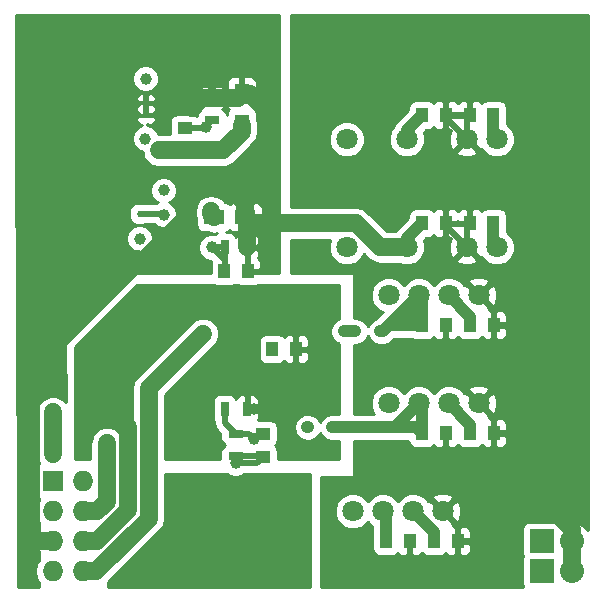
<source format=gbl>
G04 #@! TF.FileFunction,Copper,L2,Bot,Signal*
%FSLAX46Y46*%
G04 Gerber Fmt 4.6, Leading zero omitted, Abs format (unit mm)*
G04 Created by KiCad (PCBNEW 4.0.1-3.201512221402+6198~38~ubuntu14.04.1-stable) date Thu 18 Feb 2016 18:05:38 GMT*
%MOMM*%
G01*
G04 APERTURE LIST*
%ADD10C,0.100000*%
%ADD11R,1.000000X1.250000*%
%ADD12R,1.800000X1.230000*%
%ADD13R,1.230000X1.800000*%
%ADD14C,1.800000*%
%ADD15R,0.700000X1.300000*%
%ADD16R,1.300000X0.700000*%
%ADD17R,2.032000X2.032000*%
%ADD18O,2.032000X2.032000*%
%ADD19R,1.727200X1.727200*%
%ADD20O,1.727200X1.727200*%
%ADD21R,0.590000X0.450000*%
%ADD22R,1.250000X1.000000*%
%ADD23R,0.450000X0.590000*%
%ADD24C,1.500000*%
%ADD25C,1.000000*%
%ADD26C,0.508000*%
%ADD27C,1.500000*%
%ADD28C,1.016000*%
%ADD29C,0.254000*%
G04 APERTURE END LIST*
D10*
D11*
X132096000Y-145288000D03*
X134096000Y-145288000D03*
X135144000Y-127000000D03*
X137144000Y-127000000D03*
X135144000Y-136144000D03*
X137144000Y-136144000D03*
X135144000Y-118364000D03*
X137144000Y-118364000D03*
X135144000Y-109220000D03*
X137144000Y-109220000D03*
D12*
X120182000Y-117856000D03*
X117562000Y-117856000D03*
D13*
X119888000Y-110022000D03*
X119888000Y-107402000D03*
D14*
X131826000Y-142748000D03*
X129286000Y-142748000D03*
X134366000Y-142748000D03*
X136906000Y-142748000D03*
X134874000Y-124460000D03*
X132334000Y-124460000D03*
X137414000Y-124460000D03*
X139954000Y-124460000D03*
X134874000Y-133604000D03*
X132334000Y-133604000D03*
X137414000Y-133604000D03*
X139954000Y-133604000D03*
X141478000Y-120396000D03*
X138938000Y-120396000D03*
X133858000Y-120396000D03*
X128778000Y-120396000D03*
X141478000Y-111252000D03*
X138938000Y-111252000D03*
X133858000Y-111252000D03*
X128778000Y-111252000D03*
D15*
X118430000Y-120396000D03*
X120330000Y-120396000D03*
D16*
X117348000Y-107762000D03*
X117348000Y-109662000D03*
D15*
X120330000Y-134112000D03*
X118430000Y-134112000D03*
D16*
X119380000Y-136210000D03*
X119380000Y-138110000D03*
D17*
X145288000Y-147828000D03*
D18*
X147828000Y-147828000D03*
D19*
X103886000Y-140208000D03*
D20*
X106426000Y-140208000D03*
X103886000Y-142748000D03*
X106426000Y-142748000D03*
X103886000Y-145288000D03*
X106426000Y-145288000D03*
X103886000Y-147828000D03*
X106426000Y-147828000D03*
D17*
X145288000Y-145288000D03*
D18*
X147828000Y-145288000D03*
D21*
X125437000Y-135636000D03*
X127547000Y-135636000D03*
X129501000Y-127508000D03*
X131611000Y-127508000D03*
D11*
X136160000Y-145288000D03*
X138160000Y-145288000D03*
X139224000Y-127000000D03*
X141224000Y-127000000D03*
X139224000Y-136144000D03*
X141224000Y-136144000D03*
X141192000Y-118364000D03*
X139192000Y-118364000D03*
X141192000Y-109220000D03*
X139192000Y-109220000D03*
X122460000Y-129032000D03*
X124460000Y-129032000D03*
D22*
X121666000Y-136176000D03*
X121666000Y-138176000D03*
D11*
X118396000Y-122428000D03*
X120396000Y-122428000D03*
D22*
X115062000Y-110268000D03*
X115062000Y-112268000D03*
D23*
X113284000Y-115531000D03*
X113284000Y-117641000D03*
X111760000Y-106133000D03*
X111760000Y-108243000D03*
X111252000Y-117563000D03*
X111252000Y-119673000D03*
X111760000Y-109142000D03*
X111760000Y-111252000D03*
D24*
X144272000Y-107696000D03*
X144272000Y-116840000D03*
X144272000Y-128016000D03*
X144272000Y-137160000D03*
X116332000Y-147320000D03*
D25*
X128524000Y-127508000D03*
X113284000Y-115570000D03*
D24*
X108481990Y-136971817D03*
D25*
X119380000Y-138684000D03*
D24*
X116586000Y-127762000D03*
D25*
X122460000Y-129032000D03*
X111252000Y-119673000D03*
X117348000Y-120396000D03*
X111712504Y-111204504D03*
X116840000Y-110236000D03*
D24*
X110236000Y-135636000D03*
D25*
X124460000Y-129032000D03*
X120904000Y-134112000D03*
X125476000Y-135636000D03*
X111760000Y-106133000D03*
D24*
X115697000Y-108585000D03*
X103886000Y-134389990D03*
X103886000Y-137922000D03*
X118298000Y-112202000D03*
D25*
X113284000Y-117641000D03*
X117282000Y-117324002D03*
X120904000Y-136652000D03*
D26*
X139446000Y-107696000D02*
X139192000Y-107950000D01*
X139192000Y-107950000D02*
X139192000Y-109220000D01*
X144272000Y-107696000D02*
X139446000Y-107696000D01*
X139192000Y-109220000D02*
X137144000Y-109220000D01*
X137144000Y-109220000D02*
X137144000Y-109458000D01*
X137144000Y-109458000D02*
X138938000Y-111252000D01*
X138938000Y-111252000D02*
X138938000Y-109474000D01*
X138938000Y-109474000D02*
X139192000Y-109220000D01*
X139446000Y-116840000D02*
X139192000Y-117094000D01*
X139192000Y-117094000D02*
X139192000Y-118364000D01*
X144272000Y-116840000D02*
X139446000Y-116840000D01*
X137144000Y-118364000D02*
X137144000Y-118602000D01*
X137144000Y-118602000D02*
X138938000Y-120396000D01*
X138938000Y-120396000D02*
X138938000Y-118618000D01*
X138938000Y-118618000D02*
X139192000Y-118364000D01*
X138160000Y-145288000D02*
X141732000Y-145288000D01*
X141732000Y-145288000D02*
X144272000Y-142748000D01*
X138160000Y-145288000D02*
X138160000Y-144002000D01*
X138160000Y-144002000D02*
X136906000Y-142748000D01*
X137922000Y-146812000D02*
X138160000Y-146574000D01*
X138160000Y-146574000D02*
X138160000Y-145288000D01*
X134487000Y-146812000D02*
X137922000Y-146812000D01*
X134096000Y-145288000D02*
X134096000Y-146421000D01*
X134096000Y-146421000D02*
X134487000Y-146812000D01*
X141224000Y-136144000D02*
X143256000Y-136144000D01*
X143256000Y-136144000D02*
X144272000Y-137160000D01*
X139954000Y-133604000D02*
X141224000Y-134874000D01*
X141224000Y-134874000D02*
X141224000Y-136144000D01*
X140970000Y-137668000D02*
X141224000Y-137414000D01*
X141224000Y-137414000D02*
X141224000Y-136144000D01*
X137535000Y-137668000D02*
X140970000Y-137668000D01*
X137144000Y-136144000D02*
X137144000Y-137277000D01*
X137144000Y-137277000D02*
X137535000Y-137668000D01*
X139954000Y-124460000D02*
X141224000Y-125730000D01*
X141224000Y-125730000D02*
X141224000Y-127000000D01*
X141224000Y-127000000D02*
X143256000Y-127000000D01*
X143256000Y-127000000D02*
X144272000Y-128016000D01*
X140970000Y-128524000D02*
X141224000Y-128270000D01*
X141224000Y-128270000D02*
X141224000Y-127000000D01*
X137535000Y-128524000D02*
X140970000Y-128524000D01*
X137144000Y-127000000D02*
X137144000Y-128133000D01*
X137144000Y-128133000D02*
X137535000Y-128524000D01*
D27*
X144272000Y-107696000D02*
X144272000Y-116840000D01*
X144272000Y-116840000D02*
X144272000Y-128016000D01*
X144272000Y-137160000D02*
X144272000Y-142748000D01*
X146304000Y-142748000D02*
X144272000Y-142748000D01*
X147828000Y-144272000D02*
X146304000Y-142748000D01*
X147828000Y-145288000D02*
X147828000Y-144272000D01*
X147828000Y-147828000D02*
X147828000Y-145288000D01*
D26*
X138938000Y-120142000D02*
X138938000Y-120396000D01*
D28*
X137144000Y-118364000D02*
X137160000Y-118364000D01*
D27*
X144272000Y-137160000D02*
X144272000Y-128016000D01*
D28*
X132096000Y-143018000D02*
X131826000Y-142748000D01*
X132096000Y-145288000D02*
X132096000Y-143018000D01*
X128524000Y-127508000D02*
X129501000Y-127508000D01*
D27*
X108458000Y-141937314D02*
X108458000Y-136995807D01*
X108458000Y-136995807D02*
X108481990Y-136971817D01*
X106426000Y-142748000D02*
X107647314Y-142748000D01*
X107647314Y-142748000D02*
X108458000Y-141937314D01*
D26*
X119380000Y-138110000D02*
X121600000Y-138110000D01*
X121600000Y-138110000D02*
X121666000Y-138176000D01*
X119380000Y-138684000D02*
X121158000Y-138684000D01*
X121158000Y-138684000D02*
X121666000Y-138176000D01*
D28*
X135144000Y-133874000D02*
X134874000Y-133604000D01*
X135144000Y-136144000D02*
X135144000Y-133874000D01*
X132842000Y-135636000D02*
X134874000Y-133604000D01*
X134636000Y-135636000D02*
X132842000Y-135636000D01*
X135144000Y-136144000D02*
X134636000Y-135636000D01*
D26*
X119380000Y-138110000D02*
X119380000Y-138684000D01*
D28*
X127547000Y-135636000D02*
X132842000Y-135636000D01*
D27*
X111990010Y-143366392D02*
X111990010Y-132357990D01*
X111990010Y-132357990D02*
X116586000Y-127762000D01*
X106426000Y-147828000D02*
X107528402Y-147828000D01*
X107528402Y-147828000D02*
X111990010Y-143366392D01*
D28*
X134366000Y-142748000D02*
X136160000Y-144542000D01*
X136160000Y-144542000D02*
X136160000Y-145288000D01*
X137414000Y-124460000D02*
X139224000Y-126270000D01*
X139224000Y-126270000D02*
X139224000Y-127000000D01*
X137414000Y-133604000D02*
X139224000Y-135414000D01*
X139224000Y-135414000D02*
X139224000Y-136144000D01*
X141192000Y-118364000D02*
X141192000Y-120110000D01*
X141192000Y-120110000D02*
X141478000Y-120396000D01*
X141192000Y-109220000D02*
X141192000Y-110966000D01*
X141192000Y-110966000D02*
X141478000Y-111252000D01*
D26*
X118430000Y-120396000D02*
X118430000Y-121666000D01*
X118430000Y-121666000D02*
X118430000Y-122394000D01*
X117348000Y-120396000D02*
X118430000Y-121478000D01*
X118430000Y-121478000D02*
X118430000Y-121666000D01*
X118430000Y-122394000D02*
X118396000Y-122428000D01*
X117348000Y-120396000D02*
X118430000Y-120396000D01*
X115062000Y-110268000D02*
X116808000Y-110268000D01*
X116808000Y-110268000D02*
X116840000Y-110236000D01*
X116840000Y-110170000D02*
X116840000Y-110236000D01*
X117348000Y-109662000D02*
X116840000Y-110170000D01*
D27*
X110236000Y-142639858D02*
X110236000Y-135636000D01*
X106426000Y-145288000D02*
X107587858Y-145288000D01*
X107587858Y-145288000D02*
X110236000Y-142639858D01*
D28*
X131826000Y-127508000D02*
X132334000Y-127000000D01*
X131611000Y-127508000D02*
X131826000Y-127508000D01*
X133350000Y-127000000D02*
X132334000Y-127000000D01*
X134112000Y-126238000D02*
X133350000Y-127000000D01*
X134112000Y-126238000D02*
X134382000Y-126238000D01*
X134874000Y-125476000D02*
X134112000Y-126238000D01*
X135144000Y-125476000D02*
X135144000Y-124730000D01*
X135144000Y-127000000D02*
X135144000Y-125476000D01*
X135144000Y-124730000D02*
X134874000Y-124460000D01*
X132334000Y-127000000D02*
X134874000Y-124460000D01*
X135144000Y-127000000D02*
X133350000Y-127000000D01*
X135144000Y-125476000D02*
X134874000Y-125476000D01*
X134382000Y-126238000D02*
X135144000Y-127000000D01*
D26*
X120330000Y-134112000D02*
X120904000Y-134112000D01*
D28*
X125476000Y-135636000D02*
X125437000Y-135636000D01*
D26*
X116840000Y-115570000D02*
X110998000Y-121412000D01*
D27*
X102018399Y-130137601D02*
X102272399Y-130137601D01*
X102272399Y-130137601D02*
X110998000Y-121412000D01*
X102018399Y-144641713D02*
X102018399Y-130137601D01*
X102664686Y-145288000D02*
X102018399Y-144641713D01*
X103886000Y-145288000D02*
X102664686Y-145288000D01*
D29*
X113870000Y-109142000D02*
X114427000Y-108585000D01*
X114427000Y-108585000D02*
X115697000Y-108585000D01*
X111760000Y-109142000D02*
X113870000Y-109142000D01*
X111760000Y-108243000D02*
X115355000Y-108243000D01*
X115355000Y-108243000D02*
X115697000Y-108585000D01*
D26*
X120396000Y-122428000D02*
X120396000Y-120462000D01*
X120396000Y-120462000D02*
X120330000Y-120396000D01*
X111760000Y-109142000D02*
X111838000Y-109142000D01*
X111760000Y-108243000D02*
X111799000Y-108243000D01*
X119126000Y-115570000D02*
X116840000Y-115570000D01*
D27*
X117348000Y-107762000D02*
X119528000Y-107762000D01*
X115697000Y-108585000D02*
X116520000Y-107762000D01*
X116520000Y-107762000D02*
X117348000Y-107762000D01*
X119888000Y-107402000D02*
X120610000Y-107402000D01*
X120610000Y-107402000D02*
X121920000Y-108712000D01*
X121920000Y-108712000D02*
X121920000Y-114808000D01*
X121920000Y-114808000D02*
X121412000Y-115316000D01*
X121412000Y-115316000D02*
X120396000Y-116332000D01*
X120396000Y-116332000D02*
X120142000Y-116586000D01*
X120142000Y-116586000D02*
X120182000Y-116626000D01*
X119528000Y-107762000D02*
X119888000Y-107402000D01*
X119126000Y-115570000D02*
X120182000Y-116626000D01*
X120182000Y-116626000D02*
X120182000Y-117856000D01*
X119528000Y-107762000D02*
X119888000Y-107402000D01*
X120330000Y-118004000D02*
X120330000Y-120396000D01*
X120182000Y-117856000D02*
X120330000Y-118004000D01*
X120690000Y-118364000D02*
X120182000Y-117856000D01*
X131572000Y-120396000D02*
X129540000Y-118364000D01*
X129540000Y-118364000D02*
X120690000Y-118364000D01*
X133858000Y-120396000D02*
X131572000Y-120396000D01*
D28*
X133858000Y-119650000D02*
X135144000Y-118364000D01*
X133858000Y-120396000D02*
X133858000Y-119650000D01*
D27*
X103886000Y-137160000D02*
X103886000Y-134389990D01*
X103886000Y-137922000D02*
X103886000Y-137160000D01*
D26*
X115062000Y-112268000D02*
X118232000Y-112268000D01*
X118232000Y-112268000D02*
X118298000Y-112202000D01*
D27*
X118298000Y-112202000D02*
X112842000Y-112202000D01*
X118298000Y-112202000D02*
X119888000Y-110612000D01*
X119888000Y-110612000D02*
X119888000Y-110022000D01*
D28*
X133858000Y-110506000D02*
X135144000Y-109220000D01*
X133858000Y-111252000D02*
X133858000Y-110506000D01*
D26*
X111252000Y-117563000D02*
X113206000Y-117563000D01*
X113206000Y-117563000D02*
X113284000Y-117641000D01*
D27*
X117282000Y-117576000D02*
X117562000Y-117856000D01*
X117282000Y-117324002D02*
X117282000Y-117576000D01*
D26*
X121666000Y-136176000D02*
X121380000Y-136176000D01*
X121380000Y-136176000D02*
X120904000Y-136652000D01*
X119380000Y-136210000D02*
X120462000Y-136210000D01*
X120462000Y-136210000D02*
X120904000Y-136652000D01*
X118430000Y-135260000D02*
X119380000Y-136210000D01*
X118430000Y-134112000D02*
X118430000Y-135260000D01*
D29*
G36*
X149175000Y-144340991D02*
X149165188Y-144319621D01*
X148692818Y-143881615D01*
X148210944Y-143682025D01*
X147955000Y-143801164D01*
X147955000Y-145161000D01*
X147975000Y-145161000D01*
X147975000Y-145415000D01*
X147955000Y-145415000D01*
X147955000Y-147701000D01*
X147975000Y-147701000D01*
X147975000Y-147955000D01*
X147955000Y-147955000D01*
X147955000Y-147975000D01*
X147701000Y-147975000D01*
X147701000Y-147955000D01*
X147681000Y-147955000D01*
X147681000Y-147701000D01*
X147701000Y-147701000D01*
X147701000Y-145415000D01*
X147681000Y-145415000D01*
X147681000Y-145161000D01*
X147701000Y-145161000D01*
X147701000Y-143801164D01*
X147445056Y-143682025D01*
X146963182Y-143881615D01*
X146865602Y-143972097D01*
X146768090Y-143820559D01*
X146555890Y-143675569D01*
X146304000Y-143624560D01*
X144272000Y-143624560D01*
X144036683Y-143668838D01*
X143820559Y-143807910D01*
X143675569Y-144020110D01*
X143624560Y-144272000D01*
X143624560Y-146304000D01*
X143668838Y-146539317D01*
X143678993Y-146555099D01*
X143675569Y-146560110D01*
X143624560Y-146812000D01*
X143624560Y-148844000D01*
X143668838Y-149079317D01*
X143730408Y-149175000D01*
X126619000Y-149175000D01*
X126619000Y-143051991D01*
X127750735Y-143051991D01*
X127983932Y-143616371D01*
X128415357Y-144048551D01*
X128979330Y-144282733D01*
X129589991Y-144283265D01*
X130154371Y-144050068D01*
X130556323Y-143648818D01*
X130953000Y-144046190D01*
X130953000Y-144641075D01*
X130948560Y-144663000D01*
X130948560Y-145913000D01*
X130992838Y-146148317D01*
X131131910Y-146364441D01*
X131344110Y-146509431D01*
X131596000Y-146560440D01*
X132596000Y-146560440D01*
X132831317Y-146516162D01*
X133047441Y-146377090D01*
X133093969Y-146308994D01*
X133236302Y-146451327D01*
X133469691Y-146548000D01*
X133810250Y-146548000D01*
X133969000Y-146389250D01*
X133969000Y-145415000D01*
X133949000Y-145415000D01*
X133949000Y-145161000D01*
X133969000Y-145161000D01*
X133969000Y-145141000D01*
X134223000Y-145141000D01*
X134223000Y-145161000D01*
X134243000Y-145161000D01*
X134243000Y-145415000D01*
X134223000Y-145415000D01*
X134223000Y-146389250D01*
X134381750Y-146548000D01*
X134722309Y-146548000D01*
X134955698Y-146451327D01*
X135134327Y-146272699D01*
X135135325Y-146270289D01*
X135195910Y-146364441D01*
X135408110Y-146509431D01*
X135660000Y-146560440D01*
X136660000Y-146560440D01*
X136895317Y-146516162D01*
X137111441Y-146377090D01*
X137157969Y-146308994D01*
X137300302Y-146451327D01*
X137533691Y-146548000D01*
X137874250Y-146548000D01*
X138033000Y-146389250D01*
X138033000Y-145415000D01*
X138287000Y-145415000D01*
X138287000Y-146389250D01*
X138445750Y-146548000D01*
X138786309Y-146548000D01*
X139019698Y-146451327D01*
X139198327Y-146272699D01*
X139295000Y-146039310D01*
X139295000Y-145573750D01*
X139136250Y-145415000D01*
X138287000Y-145415000D01*
X138033000Y-145415000D01*
X138013000Y-145415000D01*
X138013000Y-145161000D01*
X138033000Y-145161000D01*
X138033000Y-144186750D01*
X138287000Y-144186750D01*
X138287000Y-145161000D01*
X139136250Y-145161000D01*
X139295000Y-145002250D01*
X139295000Y-144536690D01*
X139198327Y-144303301D01*
X139019698Y-144124673D01*
X138786309Y-144028000D01*
X138445750Y-144028000D01*
X138287000Y-144186750D01*
X138033000Y-144186750D01*
X137874250Y-144028000D01*
X137739230Y-144028000D01*
X137806554Y-143828159D01*
X136906000Y-142927605D01*
X136891858Y-142941748D01*
X136712253Y-142762143D01*
X136726395Y-142748000D01*
X137085605Y-142748000D01*
X137986159Y-143648554D01*
X138242643Y-143562148D01*
X138452458Y-142988664D01*
X138426839Y-142378540D01*
X138242643Y-141933852D01*
X137986159Y-141847446D01*
X137085605Y-142748000D01*
X136726395Y-142748000D01*
X135825841Y-141847446D01*
X135675673Y-141898035D01*
X135668068Y-141879629D01*
X135456650Y-141667841D01*
X136005446Y-141667841D01*
X136906000Y-142568395D01*
X137806554Y-141667841D01*
X137720148Y-141411357D01*
X137146664Y-141201542D01*
X136536540Y-141227161D01*
X136091852Y-141411357D01*
X136005446Y-141667841D01*
X135456650Y-141667841D01*
X135236643Y-141447449D01*
X134672670Y-141213267D01*
X134062009Y-141212735D01*
X133497629Y-141445932D01*
X133095677Y-141847182D01*
X132696643Y-141447449D01*
X132132670Y-141213267D01*
X131522009Y-141212735D01*
X130957629Y-141445932D01*
X130555677Y-141847182D01*
X130156643Y-141447449D01*
X129592670Y-141213267D01*
X128982009Y-141212735D01*
X128417629Y-141445932D01*
X127985449Y-141877357D01*
X127751267Y-142441330D01*
X127750735Y-143051991D01*
X126619000Y-143051991D01*
X126619000Y-139827000D01*
X129286000Y-139827000D01*
X129335410Y-139816994D01*
X129377035Y-139788553D01*
X129404315Y-139746159D01*
X129413000Y-139700000D01*
X129413000Y-136779000D01*
X133998442Y-136779000D01*
X134040838Y-137004317D01*
X134179910Y-137220441D01*
X134392110Y-137365431D01*
X134644000Y-137416440D01*
X135644000Y-137416440D01*
X135879317Y-137372162D01*
X136095441Y-137233090D01*
X136141969Y-137164994D01*
X136284302Y-137307327D01*
X136517691Y-137404000D01*
X136858250Y-137404000D01*
X137017000Y-137245250D01*
X137017000Y-136271000D01*
X136997000Y-136271000D01*
X136997000Y-136017000D01*
X137017000Y-136017000D01*
X137017000Y-135997000D01*
X137271000Y-135997000D01*
X137271000Y-136017000D01*
X137291000Y-136017000D01*
X137291000Y-136271000D01*
X137271000Y-136271000D01*
X137271000Y-137245250D01*
X137429750Y-137404000D01*
X137770309Y-137404000D01*
X138003698Y-137307327D01*
X138182327Y-137128699D01*
X138189591Y-137111162D01*
X138259910Y-137220441D01*
X138472110Y-137365431D01*
X138724000Y-137416440D01*
X139724000Y-137416440D01*
X139959317Y-137372162D01*
X140175441Y-137233090D01*
X140221969Y-137164994D01*
X140364302Y-137307327D01*
X140597691Y-137404000D01*
X140938250Y-137404000D01*
X141097000Y-137245250D01*
X141097000Y-136271000D01*
X141351000Y-136271000D01*
X141351000Y-137245250D01*
X141509750Y-137404000D01*
X141850309Y-137404000D01*
X142083698Y-137307327D01*
X142262327Y-137128699D01*
X142359000Y-136895310D01*
X142359000Y-136429750D01*
X142200250Y-136271000D01*
X141351000Y-136271000D01*
X141097000Y-136271000D01*
X141077000Y-136271000D01*
X141077000Y-136017000D01*
X141097000Y-136017000D01*
X141097000Y-135042750D01*
X141351000Y-135042750D01*
X141351000Y-136017000D01*
X142200250Y-136017000D01*
X142359000Y-135858250D01*
X142359000Y-135392690D01*
X142262327Y-135159301D01*
X142083698Y-134980673D01*
X141850309Y-134884000D01*
X141509750Y-134884000D01*
X141351000Y-135042750D01*
X141097000Y-135042750D01*
X140938250Y-134884000D01*
X140787230Y-134884000D01*
X140854554Y-134684159D01*
X139954000Y-133783605D01*
X139939858Y-133797748D01*
X139760253Y-133618143D01*
X139774395Y-133604000D01*
X140133605Y-133604000D01*
X141034159Y-134504554D01*
X141290643Y-134418148D01*
X141500458Y-133844664D01*
X141474839Y-133234540D01*
X141290643Y-132789852D01*
X141034159Y-132703446D01*
X140133605Y-133604000D01*
X139774395Y-133604000D01*
X138873841Y-132703446D01*
X138723673Y-132754035D01*
X138716068Y-132735629D01*
X138504650Y-132523841D01*
X139053446Y-132523841D01*
X139954000Y-133424395D01*
X140854554Y-132523841D01*
X140768148Y-132267357D01*
X140194664Y-132057542D01*
X139584540Y-132083161D01*
X139139852Y-132267357D01*
X139053446Y-132523841D01*
X138504650Y-132523841D01*
X138284643Y-132303449D01*
X137720670Y-132069267D01*
X137110009Y-132068735D01*
X136545629Y-132301932D01*
X136143677Y-132703182D01*
X135744643Y-132303449D01*
X135180670Y-132069267D01*
X134570009Y-132068735D01*
X134005629Y-132301932D01*
X133603677Y-132703182D01*
X133204643Y-132303449D01*
X132640670Y-132069267D01*
X132030009Y-132068735D01*
X131465629Y-132301932D01*
X131033449Y-132733357D01*
X130799267Y-133297330D01*
X130798735Y-133907991D01*
X131031932Y-134472371D01*
X131052525Y-134493000D01*
X129413000Y-134493000D01*
X129413000Y-128651000D01*
X129501000Y-128651000D01*
X129938407Y-128563994D01*
X130309223Y-128316223D01*
X130556000Y-127946895D01*
X130802777Y-128316223D01*
X131173593Y-128563994D01*
X131611000Y-128651000D01*
X131826000Y-128651000D01*
X132263407Y-128563994D01*
X132634223Y-128316223D01*
X132807446Y-128143000D01*
X134277322Y-128143000D01*
X134392110Y-128221431D01*
X134644000Y-128272440D01*
X135644000Y-128272440D01*
X135879317Y-128228162D01*
X136095441Y-128089090D01*
X136141969Y-128020994D01*
X136284302Y-128163327D01*
X136517691Y-128260000D01*
X136858250Y-128260000D01*
X137017000Y-128101250D01*
X137017000Y-127127000D01*
X136997000Y-127127000D01*
X136997000Y-126873000D01*
X137017000Y-126873000D01*
X137017000Y-126853000D01*
X137271000Y-126853000D01*
X137271000Y-126873000D01*
X137291000Y-126873000D01*
X137291000Y-127127000D01*
X137271000Y-127127000D01*
X137271000Y-128101250D01*
X137429750Y-128260000D01*
X137770309Y-128260000D01*
X138003698Y-128163327D01*
X138182327Y-127984699D01*
X138189591Y-127967162D01*
X138259910Y-128076441D01*
X138472110Y-128221431D01*
X138724000Y-128272440D01*
X139724000Y-128272440D01*
X139959317Y-128228162D01*
X140175441Y-128089090D01*
X140221969Y-128020994D01*
X140364302Y-128163327D01*
X140597691Y-128260000D01*
X140938250Y-128260000D01*
X141097000Y-128101250D01*
X141097000Y-127127000D01*
X141351000Y-127127000D01*
X141351000Y-128101250D01*
X141509750Y-128260000D01*
X141850309Y-128260000D01*
X142083698Y-128163327D01*
X142262327Y-127984699D01*
X142359000Y-127751310D01*
X142359000Y-127285750D01*
X142200250Y-127127000D01*
X141351000Y-127127000D01*
X141097000Y-127127000D01*
X141077000Y-127127000D01*
X141077000Y-126873000D01*
X141097000Y-126873000D01*
X141097000Y-125898750D01*
X141351000Y-125898750D01*
X141351000Y-126873000D01*
X142200250Y-126873000D01*
X142359000Y-126714250D01*
X142359000Y-126248690D01*
X142262327Y-126015301D01*
X142083698Y-125836673D01*
X141850309Y-125740000D01*
X141509750Y-125740000D01*
X141351000Y-125898750D01*
X141097000Y-125898750D01*
X140938250Y-125740000D01*
X140787230Y-125740000D01*
X140854554Y-125540159D01*
X139954000Y-124639605D01*
X139939858Y-124653748D01*
X139760253Y-124474143D01*
X139774395Y-124460000D01*
X140133605Y-124460000D01*
X141034159Y-125360554D01*
X141290643Y-125274148D01*
X141500458Y-124700664D01*
X141474839Y-124090540D01*
X141290643Y-123645852D01*
X141034159Y-123559446D01*
X140133605Y-124460000D01*
X139774395Y-124460000D01*
X138873841Y-123559446D01*
X138723673Y-123610035D01*
X138716068Y-123591629D01*
X138504650Y-123379841D01*
X139053446Y-123379841D01*
X139954000Y-124280395D01*
X140854554Y-123379841D01*
X140768148Y-123123357D01*
X140194664Y-122913542D01*
X139584540Y-122939161D01*
X139139852Y-123123357D01*
X139053446Y-123379841D01*
X138504650Y-123379841D01*
X138284643Y-123159449D01*
X137720670Y-122925267D01*
X137110009Y-122924735D01*
X136545629Y-123157932D01*
X136143677Y-123559182D01*
X135744643Y-123159449D01*
X135180670Y-122925267D01*
X134570009Y-122924735D01*
X134005629Y-123157932D01*
X133603677Y-123559182D01*
X133204643Y-123159449D01*
X132640670Y-122925267D01*
X132030009Y-122924735D01*
X131465629Y-123157932D01*
X131033449Y-123589357D01*
X130799267Y-124153330D01*
X130798735Y-124763991D01*
X131031932Y-125328371D01*
X131463357Y-125760551D01*
X131812165Y-125905389D01*
X131288381Y-126429173D01*
X131173593Y-126452006D01*
X130802777Y-126699777D01*
X130556000Y-127069105D01*
X130309223Y-126699777D01*
X129938407Y-126452006D01*
X129501000Y-126365000D01*
X129413000Y-126365000D01*
X129413000Y-122682000D01*
X129402994Y-122632590D01*
X129374553Y-122590965D01*
X129332159Y-122563685D01*
X129286000Y-122555000D01*
X124079000Y-122555000D01*
X124079000Y-119749000D01*
X127384584Y-119749000D01*
X127243267Y-120089330D01*
X127242735Y-120699991D01*
X127475932Y-121264371D01*
X127907357Y-121696551D01*
X128471330Y-121930733D01*
X129081991Y-121931265D01*
X129646371Y-121698068D01*
X130078551Y-121266643D01*
X130197499Y-120980185D01*
X130592657Y-121375343D01*
X131041983Y-121675573D01*
X131572000Y-121781000D01*
X133190733Y-121781000D01*
X133551330Y-121930733D01*
X134161991Y-121931265D01*
X134726371Y-121698068D01*
X134948668Y-121476159D01*
X138037446Y-121476159D01*
X138123852Y-121732643D01*
X138697336Y-121942458D01*
X139307460Y-121916839D01*
X139752148Y-121732643D01*
X139838554Y-121476159D01*
X138938000Y-120575605D01*
X138037446Y-121476159D01*
X134948668Y-121476159D01*
X135158551Y-121266643D01*
X135392733Y-120702670D01*
X135393265Y-120092009D01*
X135287765Y-119836681D01*
X135488006Y-119636440D01*
X135644000Y-119636440D01*
X135879317Y-119592162D01*
X136095441Y-119453090D01*
X136141969Y-119384994D01*
X136284302Y-119527327D01*
X136517691Y-119624000D01*
X136858250Y-119624000D01*
X137017000Y-119465250D01*
X137017000Y-118491000D01*
X137271000Y-118491000D01*
X137271000Y-119465250D01*
X137429750Y-119624000D01*
X137585937Y-119624000D01*
X137391542Y-120155336D01*
X137417161Y-120765460D01*
X137601357Y-121210148D01*
X137857841Y-121296554D01*
X138758395Y-120396000D01*
X138744253Y-120381858D01*
X138923858Y-120202253D01*
X138938000Y-120216395D01*
X138952143Y-120202253D01*
X139131748Y-120381858D01*
X139117605Y-120396000D01*
X140018159Y-121296554D01*
X140168327Y-121245965D01*
X140175932Y-121264371D01*
X140607357Y-121696551D01*
X141171330Y-121930733D01*
X141781991Y-121931265D01*
X142346371Y-121698068D01*
X142778551Y-121266643D01*
X143012733Y-120702670D01*
X143013265Y-120092009D01*
X142780068Y-119527629D01*
X142348643Y-119095449D01*
X142335000Y-119089784D01*
X142335000Y-119010925D01*
X142339440Y-118989000D01*
X142339440Y-117739000D01*
X142295162Y-117503683D01*
X142156090Y-117287559D01*
X141943890Y-117142569D01*
X141692000Y-117091560D01*
X140692000Y-117091560D01*
X140456683Y-117135838D01*
X140240559Y-117274910D01*
X140194031Y-117343006D01*
X140051698Y-117200673D01*
X139818309Y-117104000D01*
X139477750Y-117104000D01*
X139319000Y-117262750D01*
X139319000Y-118237000D01*
X139339000Y-118237000D01*
X139339000Y-118491000D01*
X139319000Y-118491000D01*
X139319000Y-118511000D01*
X139065000Y-118511000D01*
X139065000Y-118491000D01*
X138215750Y-118491000D01*
X138168000Y-118538750D01*
X138120250Y-118491000D01*
X137271000Y-118491000D01*
X137017000Y-118491000D01*
X136997000Y-118491000D01*
X136997000Y-118237000D01*
X137017000Y-118237000D01*
X137017000Y-117262750D01*
X137271000Y-117262750D01*
X137271000Y-118237000D01*
X138120250Y-118237000D01*
X138168000Y-118189250D01*
X138215750Y-118237000D01*
X139065000Y-118237000D01*
X139065000Y-117262750D01*
X138906250Y-117104000D01*
X138565691Y-117104000D01*
X138332302Y-117200673D01*
X138168000Y-117364974D01*
X138003698Y-117200673D01*
X137770309Y-117104000D01*
X137429750Y-117104000D01*
X137271000Y-117262750D01*
X137017000Y-117262750D01*
X136858250Y-117104000D01*
X136517691Y-117104000D01*
X136284302Y-117200673D01*
X136143064Y-117341910D01*
X136108090Y-117287559D01*
X135895890Y-117142569D01*
X135644000Y-117091560D01*
X134644000Y-117091560D01*
X134408683Y-117135838D01*
X134192559Y-117274910D01*
X134047569Y-117487110D01*
X133996560Y-117739000D01*
X133996560Y-117894994D01*
X133049777Y-118841777D01*
X132936706Y-119011000D01*
X132145686Y-119011000D01*
X130519343Y-117384657D01*
X130511327Y-117379301D01*
X130070017Y-117084427D01*
X129540000Y-116979000D01*
X124079000Y-116979000D01*
X124079000Y-111555991D01*
X127242735Y-111555991D01*
X127475932Y-112120371D01*
X127907357Y-112552551D01*
X128471330Y-112786733D01*
X129081991Y-112787265D01*
X129646371Y-112554068D01*
X130078551Y-112122643D01*
X130312733Y-111558670D01*
X130312735Y-111555991D01*
X132322735Y-111555991D01*
X132555932Y-112120371D01*
X132987357Y-112552551D01*
X133551330Y-112786733D01*
X134161991Y-112787265D01*
X134726371Y-112554068D01*
X134948668Y-112332159D01*
X138037446Y-112332159D01*
X138123852Y-112588643D01*
X138697336Y-112798458D01*
X139307460Y-112772839D01*
X139752148Y-112588643D01*
X139838554Y-112332159D01*
X138938000Y-111431605D01*
X138037446Y-112332159D01*
X134948668Y-112332159D01*
X135158551Y-112122643D01*
X135392733Y-111558670D01*
X135393265Y-110948009D01*
X135287765Y-110692681D01*
X135488006Y-110492440D01*
X135644000Y-110492440D01*
X135879317Y-110448162D01*
X136095441Y-110309090D01*
X136141969Y-110240994D01*
X136284302Y-110383327D01*
X136517691Y-110480000D01*
X136858250Y-110480000D01*
X137017000Y-110321250D01*
X137017000Y-109347000D01*
X137271000Y-109347000D01*
X137271000Y-110321250D01*
X137429750Y-110480000D01*
X137585937Y-110480000D01*
X137391542Y-111011336D01*
X137417161Y-111621460D01*
X137601357Y-112066148D01*
X137857841Y-112152554D01*
X138758395Y-111252000D01*
X138744253Y-111237858D01*
X138923858Y-111058253D01*
X138938000Y-111072395D01*
X138952143Y-111058253D01*
X139131748Y-111237858D01*
X139117605Y-111252000D01*
X140018159Y-112152554D01*
X140168327Y-112101965D01*
X140175932Y-112120371D01*
X140607357Y-112552551D01*
X141171330Y-112786733D01*
X141781991Y-112787265D01*
X142346371Y-112554068D01*
X142778551Y-112122643D01*
X143012733Y-111558670D01*
X143013265Y-110948009D01*
X142780068Y-110383629D01*
X142348643Y-109951449D01*
X142335000Y-109945784D01*
X142335000Y-109866925D01*
X142339440Y-109845000D01*
X142339440Y-108595000D01*
X142295162Y-108359683D01*
X142156090Y-108143559D01*
X141943890Y-107998569D01*
X141692000Y-107947560D01*
X140692000Y-107947560D01*
X140456683Y-107991838D01*
X140240559Y-108130910D01*
X140194031Y-108199006D01*
X140051698Y-108056673D01*
X139818309Y-107960000D01*
X139477750Y-107960000D01*
X139319000Y-108118750D01*
X139319000Y-109093000D01*
X139339000Y-109093000D01*
X139339000Y-109347000D01*
X139319000Y-109347000D01*
X139319000Y-109367000D01*
X139065000Y-109367000D01*
X139065000Y-109347000D01*
X138215750Y-109347000D01*
X138168000Y-109394750D01*
X138120250Y-109347000D01*
X137271000Y-109347000D01*
X137017000Y-109347000D01*
X136997000Y-109347000D01*
X136997000Y-109093000D01*
X137017000Y-109093000D01*
X137017000Y-108118750D01*
X137271000Y-108118750D01*
X137271000Y-109093000D01*
X138120250Y-109093000D01*
X138168000Y-109045250D01*
X138215750Y-109093000D01*
X139065000Y-109093000D01*
X139065000Y-108118750D01*
X138906250Y-107960000D01*
X138565691Y-107960000D01*
X138332302Y-108056673D01*
X138168000Y-108220974D01*
X138003698Y-108056673D01*
X137770309Y-107960000D01*
X137429750Y-107960000D01*
X137271000Y-108118750D01*
X137017000Y-108118750D01*
X136858250Y-107960000D01*
X136517691Y-107960000D01*
X136284302Y-108056673D01*
X136143064Y-108197910D01*
X136108090Y-108143559D01*
X135895890Y-107998569D01*
X135644000Y-107947560D01*
X134644000Y-107947560D01*
X134408683Y-107991838D01*
X134192559Y-108130910D01*
X134047569Y-108343110D01*
X133996560Y-108595000D01*
X133996560Y-108750994D01*
X133049777Y-109697777D01*
X132802006Y-110068593D01*
X132784971Y-110154232D01*
X132557449Y-110381357D01*
X132323267Y-110945330D01*
X132322735Y-111555991D01*
X130312735Y-111555991D01*
X130313265Y-110948009D01*
X130080068Y-110383629D01*
X129648643Y-109951449D01*
X129084670Y-109717267D01*
X128474009Y-109716735D01*
X127909629Y-109949932D01*
X127477449Y-110381357D01*
X127243267Y-110945330D01*
X127242735Y-111555991D01*
X124079000Y-111555991D01*
X124079000Y-100761000D01*
X149175000Y-100761000D01*
X149175000Y-144340991D01*
X149175000Y-144340991D01*
G37*
X149175000Y-144340991D02*
X149165188Y-144319621D01*
X148692818Y-143881615D01*
X148210944Y-143682025D01*
X147955000Y-143801164D01*
X147955000Y-145161000D01*
X147975000Y-145161000D01*
X147975000Y-145415000D01*
X147955000Y-145415000D01*
X147955000Y-147701000D01*
X147975000Y-147701000D01*
X147975000Y-147955000D01*
X147955000Y-147955000D01*
X147955000Y-147975000D01*
X147701000Y-147975000D01*
X147701000Y-147955000D01*
X147681000Y-147955000D01*
X147681000Y-147701000D01*
X147701000Y-147701000D01*
X147701000Y-145415000D01*
X147681000Y-145415000D01*
X147681000Y-145161000D01*
X147701000Y-145161000D01*
X147701000Y-143801164D01*
X147445056Y-143682025D01*
X146963182Y-143881615D01*
X146865602Y-143972097D01*
X146768090Y-143820559D01*
X146555890Y-143675569D01*
X146304000Y-143624560D01*
X144272000Y-143624560D01*
X144036683Y-143668838D01*
X143820559Y-143807910D01*
X143675569Y-144020110D01*
X143624560Y-144272000D01*
X143624560Y-146304000D01*
X143668838Y-146539317D01*
X143678993Y-146555099D01*
X143675569Y-146560110D01*
X143624560Y-146812000D01*
X143624560Y-148844000D01*
X143668838Y-149079317D01*
X143730408Y-149175000D01*
X126619000Y-149175000D01*
X126619000Y-143051991D01*
X127750735Y-143051991D01*
X127983932Y-143616371D01*
X128415357Y-144048551D01*
X128979330Y-144282733D01*
X129589991Y-144283265D01*
X130154371Y-144050068D01*
X130556323Y-143648818D01*
X130953000Y-144046190D01*
X130953000Y-144641075D01*
X130948560Y-144663000D01*
X130948560Y-145913000D01*
X130992838Y-146148317D01*
X131131910Y-146364441D01*
X131344110Y-146509431D01*
X131596000Y-146560440D01*
X132596000Y-146560440D01*
X132831317Y-146516162D01*
X133047441Y-146377090D01*
X133093969Y-146308994D01*
X133236302Y-146451327D01*
X133469691Y-146548000D01*
X133810250Y-146548000D01*
X133969000Y-146389250D01*
X133969000Y-145415000D01*
X133949000Y-145415000D01*
X133949000Y-145161000D01*
X133969000Y-145161000D01*
X133969000Y-145141000D01*
X134223000Y-145141000D01*
X134223000Y-145161000D01*
X134243000Y-145161000D01*
X134243000Y-145415000D01*
X134223000Y-145415000D01*
X134223000Y-146389250D01*
X134381750Y-146548000D01*
X134722309Y-146548000D01*
X134955698Y-146451327D01*
X135134327Y-146272699D01*
X135135325Y-146270289D01*
X135195910Y-146364441D01*
X135408110Y-146509431D01*
X135660000Y-146560440D01*
X136660000Y-146560440D01*
X136895317Y-146516162D01*
X137111441Y-146377090D01*
X137157969Y-146308994D01*
X137300302Y-146451327D01*
X137533691Y-146548000D01*
X137874250Y-146548000D01*
X138033000Y-146389250D01*
X138033000Y-145415000D01*
X138287000Y-145415000D01*
X138287000Y-146389250D01*
X138445750Y-146548000D01*
X138786309Y-146548000D01*
X139019698Y-146451327D01*
X139198327Y-146272699D01*
X139295000Y-146039310D01*
X139295000Y-145573750D01*
X139136250Y-145415000D01*
X138287000Y-145415000D01*
X138033000Y-145415000D01*
X138013000Y-145415000D01*
X138013000Y-145161000D01*
X138033000Y-145161000D01*
X138033000Y-144186750D01*
X138287000Y-144186750D01*
X138287000Y-145161000D01*
X139136250Y-145161000D01*
X139295000Y-145002250D01*
X139295000Y-144536690D01*
X139198327Y-144303301D01*
X139019698Y-144124673D01*
X138786309Y-144028000D01*
X138445750Y-144028000D01*
X138287000Y-144186750D01*
X138033000Y-144186750D01*
X137874250Y-144028000D01*
X137739230Y-144028000D01*
X137806554Y-143828159D01*
X136906000Y-142927605D01*
X136891858Y-142941748D01*
X136712253Y-142762143D01*
X136726395Y-142748000D01*
X137085605Y-142748000D01*
X137986159Y-143648554D01*
X138242643Y-143562148D01*
X138452458Y-142988664D01*
X138426839Y-142378540D01*
X138242643Y-141933852D01*
X137986159Y-141847446D01*
X137085605Y-142748000D01*
X136726395Y-142748000D01*
X135825841Y-141847446D01*
X135675673Y-141898035D01*
X135668068Y-141879629D01*
X135456650Y-141667841D01*
X136005446Y-141667841D01*
X136906000Y-142568395D01*
X137806554Y-141667841D01*
X137720148Y-141411357D01*
X137146664Y-141201542D01*
X136536540Y-141227161D01*
X136091852Y-141411357D01*
X136005446Y-141667841D01*
X135456650Y-141667841D01*
X135236643Y-141447449D01*
X134672670Y-141213267D01*
X134062009Y-141212735D01*
X133497629Y-141445932D01*
X133095677Y-141847182D01*
X132696643Y-141447449D01*
X132132670Y-141213267D01*
X131522009Y-141212735D01*
X130957629Y-141445932D01*
X130555677Y-141847182D01*
X130156643Y-141447449D01*
X129592670Y-141213267D01*
X128982009Y-141212735D01*
X128417629Y-141445932D01*
X127985449Y-141877357D01*
X127751267Y-142441330D01*
X127750735Y-143051991D01*
X126619000Y-143051991D01*
X126619000Y-139827000D01*
X129286000Y-139827000D01*
X129335410Y-139816994D01*
X129377035Y-139788553D01*
X129404315Y-139746159D01*
X129413000Y-139700000D01*
X129413000Y-136779000D01*
X133998442Y-136779000D01*
X134040838Y-137004317D01*
X134179910Y-137220441D01*
X134392110Y-137365431D01*
X134644000Y-137416440D01*
X135644000Y-137416440D01*
X135879317Y-137372162D01*
X136095441Y-137233090D01*
X136141969Y-137164994D01*
X136284302Y-137307327D01*
X136517691Y-137404000D01*
X136858250Y-137404000D01*
X137017000Y-137245250D01*
X137017000Y-136271000D01*
X136997000Y-136271000D01*
X136997000Y-136017000D01*
X137017000Y-136017000D01*
X137017000Y-135997000D01*
X137271000Y-135997000D01*
X137271000Y-136017000D01*
X137291000Y-136017000D01*
X137291000Y-136271000D01*
X137271000Y-136271000D01*
X137271000Y-137245250D01*
X137429750Y-137404000D01*
X137770309Y-137404000D01*
X138003698Y-137307327D01*
X138182327Y-137128699D01*
X138189591Y-137111162D01*
X138259910Y-137220441D01*
X138472110Y-137365431D01*
X138724000Y-137416440D01*
X139724000Y-137416440D01*
X139959317Y-137372162D01*
X140175441Y-137233090D01*
X140221969Y-137164994D01*
X140364302Y-137307327D01*
X140597691Y-137404000D01*
X140938250Y-137404000D01*
X141097000Y-137245250D01*
X141097000Y-136271000D01*
X141351000Y-136271000D01*
X141351000Y-137245250D01*
X141509750Y-137404000D01*
X141850309Y-137404000D01*
X142083698Y-137307327D01*
X142262327Y-137128699D01*
X142359000Y-136895310D01*
X142359000Y-136429750D01*
X142200250Y-136271000D01*
X141351000Y-136271000D01*
X141097000Y-136271000D01*
X141077000Y-136271000D01*
X141077000Y-136017000D01*
X141097000Y-136017000D01*
X141097000Y-135042750D01*
X141351000Y-135042750D01*
X141351000Y-136017000D01*
X142200250Y-136017000D01*
X142359000Y-135858250D01*
X142359000Y-135392690D01*
X142262327Y-135159301D01*
X142083698Y-134980673D01*
X141850309Y-134884000D01*
X141509750Y-134884000D01*
X141351000Y-135042750D01*
X141097000Y-135042750D01*
X140938250Y-134884000D01*
X140787230Y-134884000D01*
X140854554Y-134684159D01*
X139954000Y-133783605D01*
X139939858Y-133797748D01*
X139760253Y-133618143D01*
X139774395Y-133604000D01*
X140133605Y-133604000D01*
X141034159Y-134504554D01*
X141290643Y-134418148D01*
X141500458Y-133844664D01*
X141474839Y-133234540D01*
X141290643Y-132789852D01*
X141034159Y-132703446D01*
X140133605Y-133604000D01*
X139774395Y-133604000D01*
X138873841Y-132703446D01*
X138723673Y-132754035D01*
X138716068Y-132735629D01*
X138504650Y-132523841D01*
X139053446Y-132523841D01*
X139954000Y-133424395D01*
X140854554Y-132523841D01*
X140768148Y-132267357D01*
X140194664Y-132057542D01*
X139584540Y-132083161D01*
X139139852Y-132267357D01*
X139053446Y-132523841D01*
X138504650Y-132523841D01*
X138284643Y-132303449D01*
X137720670Y-132069267D01*
X137110009Y-132068735D01*
X136545629Y-132301932D01*
X136143677Y-132703182D01*
X135744643Y-132303449D01*
X135180670Y-132069267D01*
X134570009Y-132068735D01*
X134005629Y-132301932D01*
X133603677Y-132703182D01*
X133204643Y-132303449D01*
X132640670Y-132069267D01*
X132030009Y-132068735D01*
X131465629Y-132301932D01*
X131033449Y-132733357D01*
X130799267Y-133297330D01*
X130798735Y-133907991D01*
X131031932Y-134472371D01*
X131052525Y-134493000D01*
X129413000Y-134493000D01*
X129413000Y-128651000D01*
X129501000Y-128651000D01*
X129938407Y-128563994D01*
X130309223Y-128316223D01*
X130556000Y-127946895D01*
X130802777Y-128316223D01*
X131173593Y-128563994D01*
X131611000Y-128651000D01*
X131826000Y-128651000D01*
X132263407Y-128563994D01*
X132634223Y-128316223D01*
X132807446Y-128143000D01*
X134277322Y-128143000D01*
X134392110Y-128221431D01*
X134644000Y-128272440D01*
X135644000Y-128272440D01*
X135879317Y-128228162D01*
X136095441Y-128089090D01*
X136141969Y-128020994D01*
X136284302Y-128163327D01*
X136517691Y-128260000D01*
X136858250Y-128260000D01*
X137017000Y-128101250D01*
X137017000Y-127127000D01*
X136997000Y-127127000D01*
X136997000Y-126873000D01*
X137017000Y-126873000D01*
X137017000Y-126853000D01*
X137271000Y-126853000D01*
X137271000Y-126873000D01*
X137291000Y-126873000D01*
X137291000Y-127127000D01*
X137271000Y-127127000D01*
X137271000Y-128101250D01*
X137429750Y-128260000D01*
X137770309Y-128260000D01*
X138003698Y-128163327D01*
X138182327Y-127984699D01*
X138189591Y-127967162D01*
X138259910Y-128076441D01*
X138472110Y-128221431D01*
X138724000Y-128272440D01*
X139724000Y-128272440D01*
X139959317Y-128228162D01*
X140175441Y-128089090D01*
X140221969Y-128020994D01*
X140364302Y-128163327D01*
X140597691Y-128260000D01*
X140938250Y-128260000D01*
X141097000Y-128101250D01*
X141097000Y-127127000D01*
X141351000Y-127127000D01*
X141351000Y-128101250D01*
X141509750Y-128260000D01*
X141850309Y-128260000D01*
X142083698Y-128163327D01*
X142262327Y-127984699D01*
X142359000Y-127751310D01*
X142359000Y-127285750D01*
X142200250Y-127127000D01*
X141351000Y-127127000D01*
X141097000Y-127127000D01*
X141077000Y-127127000D01*
X141077000Y-126873000D01*
X141097000Y-126873000D01*
X141097000Y-125898750D01*
X141351000Y-125898750D01*
X141351000Y-126873000D01*
X142200250Y-126873000D01*
X142359000Y-126714250D01*
X142359000Y-126248690D01*
X142262327Y-126015301D01*
X142083698Y-125836673D01*
X141850309Y-125740000D01*
X141509750Y-125740000D01*
X141351000Y-125898750D01*
X141097000Y-125898750D01*
X140938250Y-125740000D01*
X140787230Y-125740000D01*
X140854554Y-125540159D01*
X139954000Y-124639605D01*
X139939858Y-124653748D01*
X139760253Y-124474143D01*
X139774395Y-124460000D01*
X140133605Y-124460000D01*
X141034159Y-125360554D01*
X141290643Y-125274148D01*
X141500458Y-124700664D01*
X141474839Y-124090540D01*
X141290643Y-123645852D01*
X141034159Y-123559446D01*
X140133605Y-124460000D01*
X139774395Y-124460000D01*
X138873841Y-123559446D01*
X138723673Y-123610035D01*
X138716068Y-123591629D01*
X138504650Y-123379841D01*
X139053446Y-123379841D01*
X139954000Y-124280395D01*
X140854554Y-123379841D01*
X140768148Y-123123357D01*
X140194664Y-122913542D01*
X139584540Y-122939161D01*
X139139852Y-123123357D01*
X139053446Y-123379841D01*
X138504650Y-123379841D01*
X138284643Y-123159449D01*
X137720670Y-122925267D01*
X137110009Y-122924735D01*
X136545629Y-123157932D01*
X136143677Y-123559182D01*
X135744643Y-123159449D01*
X135180670Y-122925267D01*
X134570009Y-122924735D01*
X134005629Y-123157932D01*
X133603677Y-123559182D01*
X133204643Y-123159449D01*
X132640670Y-122925267D01*
X132030009Y-122924735D01*
X131465629Y-123157932D01*
X131033449Y-123589357D01*
X130799267Y-124153330D01*
X130798735Y-124763991D01*
X131031932Y-125328371D01*
X131463357Y-125760551D01*
X131812165Y-125905389D01*
X131288381Y-126429173D01*
X131173593Y-126452006D01*
X130802777Y-126699777D01*
X130556000Y-127069105D01*
X130309223Y-126699777D01*
X129938407Y-126452006D01*
X129501000Y-126365000D01*
X129413000Y-126365000D01*
X129413000Y-122682000D01*
X129402994Y-122632590D01*
X129374553Y-122590965D01*
X129332159Y-122563685D01*
X129286000Y-122555000D01*
X124079000Y-122555000D01*
X124079000Y-119749000D01*
X127384584Y-119749000D01*
X127243267Y-120089330D01*
X127242735Y-120699991D01*
X127475932Y-121264371D01*
X127907357Y-121696551D01*
X128471330Y-121930733D01*
X129081991Y-121931265D01*
X129646371Y-121698068D01*
X130078551Y-121266643D01*
X130197499Y-120980185D01*
X130592657Y-121375343D01*
X131041983Y-121675573D01*
X131572000Y-121781000D01*
X133190733Y-121781000D01*
X133551330Y-121930733D01*
X134161991Y-121931265D01*
X134726371Y-121698068D01*
X134948668Y-121476159D01*
X138037446Y-121476159D01*
X138123852Y-121732643D01*
X138697336Y-121942458D01*
X139307460Y-121916839D01*
X139752148Y-121732643D01*
X139838554Y-121476159D01*
X138938000Y-120575605D01*
X138037446Y-121476159D01*
X134948668Y-121476159D01*
X135158551Y-121266643D01*
X135392733Y-120702670D01*
X135393265Y-120092009D01*
X135287765Y-119836681D01*
X135488006Y-119636440D01*
X135644000Y-119636440D01*
X135879317Y-119592162D01*
X136095441Y-119453090D01*
X136141969Y-119384994D01*
X136284302Y-119527327D01*
X136517691Y-119624000D01*
X136858250Y-119624000D01*
X137017000Y-119465250D01*
X137017000Y-118491000D01*
X137271000Y-118491000D01*
X137271000Y-119465250D01*
X137429750Y-119624000D01*
X137585937Y-119624000D01*
X137391542Y-120155336D01*
X137417161Y-120765460D01*
X137601357Y-121210148D01*
X137857841Y-121296554D01*
X138758395Y-120396000D01*
X138744253Y-120381858D01*
X138923858Y-120202253D01*
X138938000Y-120216395D01*
X138952143Y-120202253D01*
X139131748Y-120381858D01*
X139117605Y-120396000D01*
X140018159Y-121296554D01*
X140168327Y-121245965D01*
X140175932Y-121264371D01*
X140607357Y-121696551D01*
X141171330Y-121930733D01*
X141781991Y-121931265D01*
X142346371Y-121698068D01*
X142778551Y-121266643D01*
X143012733Y-120702670D01*
X143013265Y-120092009D01*
X142780068Y-119527629D01*
X142348643Y-119095449D01*
X142335000Y-119089784D01*
X142335000Y-119010925D01*
X142339440Y-118989000D01*
X142339440Y-117739000D01*
X142295162Y-117503683D01*
X142156090Y-117287559D01*
X141943890Y-117142569D01*
X141692000Y-117091560D01*
X140692000Y-117091560D01*
X140456683Y-117135838D01*
X140240559Y-117274910D01*
X140194031Y-117343006D01*
X140051698Y-117200673D01*
X139818309Y-117104000D01*
X139477750Y-117104000D01*
X139319000Y-117262750D01*
X139319000Y-118237000D01*
X139339000Y-118237000D01*
X139339000Y-118491000D01*
X139319000Y-118491000D01*
X139319000Y-118511000D01*
X139065000Y-118511000D01*
X139065000Y-118491000D01*
X138215750Y-118491000D01*
X138168000Y-118538750D01*
X138120250Y-118491000D01*
X137271000Y-118491000D01*
X137017000Y-118491000D01*
X136997000Y-118491000D01*
X136997000Y-118237000D01*
X137017000Y-118237000D01*
X137017000Y-117262750D01*
X137271000Y-117262750D01*
X137271000Y-118237000D01*
X138120250Y-118237000D01*
X138168000Y-118189250D01*
X138215750Y-118237000D01*
X139065000Y-118237000D01*
X139065000Y-117262750D01*
X138906250Y-117104000D01*
X138565691Y-117104000D01*
X138332302Y-117200673D01*
X138168000Y-117364974D01*
X138003698Y-117200673D01*
X137770309Y-117104000D01*
X137429750Y-117104000D01*
X137271000Y-117262750D01*
X137017000Y-117262750D01*
X136858250Y-117104000D01*
X136517691Y-117104000D01*
X136284302Y-117200673D01*
X136143064Y-117341910D01*
X136108090Y-117287559D01*
X135895890Y-117142569D01*
X135644000Y-117091560D01*
X134644000Y-117091560D01*
X134408683Y-117135838D01*
X134192559Y-117274910D01*
X134047569Y-117487110D01*
X133996560Y-117739000D01*
X133996560Y-117894994D01*
X133049777Y-118841777D01*
X132936706Y-119011000D01*
X132145686Y-119011000D01*
X130519343Y-117384657D01*
X130511327Y-117379301D01*
X130070017Y-117084427D01*
X129540000Y-116979000D01*
X124079000Y-116979000D01*
X124079000Y-111555991D01*
X127242735Y-111555991D01*
X127475932Y-112120371D01*
X127907357Y-112552551D01*
X128471330Y-112786733D01*
X129081991Y-112787265D01*
X129646371Y-112554068D01*
X130078551Y-112122643D01*
X130312733Y-111558670D01*
X130312735Y-111555991D01*
X132322735Y-111555991D01*
X132555932Y-112120371D01*
X132987357Y-112552551D01*
X133551330Y-112786733D01*
X134161991Y-112787265D01*
X134726371Y-112554068D01*
X134948668Y-112332159D01*
X138037446Y-112332159D01*
X138123852Y-112588643D01*
X138697336Y-112798458D01*
X139307460Y-112772839D01*
X139752148Y-112588643D01*
X139838554Y-112332159D01*
X138938000Y-111431605D01*
X138037446Y-112332159D01*
X134948668Y-112332159D01*
X135158551Y-112122643D01*
X135392733Y-111558670D01*
X135393265Y-110948009D01*
X135287765Y-110692681D01*
X135488006Y-110492440D01*
X135644000Y-110492440D01*
X135879317Y-110448162D01*
X136095441Y-110309090D01*
X136141969Y-110240994D01*
X136284302Y-110383327D01*
X136517691Y-110480000D01*
X136858250Y-110480000D01*
X137017000Y-110321250D01*
X137017000Y-109347000D01*
X137271000Y-109347000D01*
X137271000Y-110321250D01*
X137429750Y-110480000D01*
X137585937Y-110480000D01*
X137391542Y-111011336D01*
X137417161Y-111621460D01*
X137601357Y-112066148D01*
X137857841Y-112152554D01*
X138758395Y-111252000D01*
X138744253Y-111237858D01*
X138923858Y-111058253D01*
X138938000Y-111072395D01*
X138952143Y-111058253D01*
X139131748Y-111237858D01*
X139117605Y-111252000D01*
X140018159Y-112152554D01*
X140168327Y-112101965D01*
X140175932Y-112120371D01*
X140607357Y-112552551D01*
X141171330Y-112786733D01*
X141781991Y-112787265D01*
X142346371Y-112554068D01*
X142778551Y-112122643D01*
X143012733Y-111558670D01*
X143013265Y-110948009D01*
X142780068Y-110383629D01*
X142348643Y-109951449D01*
X142335000Y-109945784D01*
X142335000Y-109866925D01*
X142339440Y-109845000D01*
X142339440Y-108595000D01*
X142295162Y-108359683D01*
X142156090Y-108143559D01*
X141943890Y-107998569D01*
X141692000Y-107947560D01*
X140692000Y-107947560D01*
X140456683Y-107991838D01*
X140240559Y-108130910D01*
X140194031Y-108199006D01*
X140051698Y-108056673D01*
X139818309Y-107960000D01*
X139477750Y-107960000D01*
X139319000Y-108118750D01*
X139319000Y-109093000D01*
X139339000Y-109093000D01*
X139339000Y-109347000D01*
X139319000Y-109347000D01*
X139319000Y-109367000D01*
X139065000Y-109367000D01*
X139065000Y-109347000D01*
X138215750Y-109347000D01*
X138168000Y-109394750D01*
X138120250Y-109347000D01*
X137271000Y-109347000D01*
X137017000Y-109347000D01*
X136997000Y-109347000D01*
X136997000Y-109093000D01*
X137017000Y-109093000D01*
X137017000Y-108118750D01*
X137271000Y-108118750D01*
X137271000Y-109093000D01*
X138120250Y-109093000D01*
X138168000Y-109045250D01*
X138215750Y-109093000D01*
X139065000Y-109093000D01*
X139065000Y-108118750D01*
X138906250Y-107960000D01*
X138565691Y-107960000D01*
X138332302Y-108056673D01*
X138168000Y-108220974D01*
X138003698Y-108056673D01*
X137770309Y-107960000D01*
X137429750Y-107960000D01*
X137271000Y-108118750D01*
X137017000Y-108118750D01*
X136858250Y-107960000D01*
X136517691Y-107960000D01*
X136284302Y-108056673D01*
X136143064Y-108197910D01*
X136108090Y-108143559D01*
X135895890Y-107998569D01*
X135644000Y-107947560D01*
X134644000Y-107947560D01*
X134408683Y-107991838D01*
X134192559Y-108130910D01*
X134047569Y-108343110D01*
X133996560Y-108595000D01*
X133996560Y-108750994D01*
X133049777Y-109697777D01*
X132802006Y-110068593D01*
X132784971Y-110154232D01*
X132557449Y-110381357D01*
X132323267Y-110945330D01*
X132322735Y-111555991D01*
X130312735Y-111555991D01*
X130313265Y-110948009D01*
X130080068Y-110383629D01*
X129648643Y-109951449D01*
X129084670Y-109717267D01*
X128474009Y-109716735D01*
X127909629Y-109949932D01*
X127477449Y-110381357D01*
X127243267Y-110945330D01*
X127242735Y-111555991D01*
X124079000Y-111555991D01*
X124079000Y-100761000D01*
X149175000Y-100761000D01*
X149175000Y-144340991D01*
G36*
X123073879Y-122555000D02*
X120249000Y-122555000D01*
X120249000Y-122301000D01*
X120269000Y-122301000D01*
X120269000Y-121326750D01*
X120203000Y-121260750D01*
X120203000Y-120523000D01*
X120457000Y-120523000D01*
X120457000Y-121522250D01*
X120523000Y-121588250D01*
X120523000Y-122301000D01*
X121372250Y-122301000D01*
X121531000Y-122142250D01*
X121531000Y-121676690D01*
X121434327Y-121443301D01*
X121270578Y-121279553D01*
X121315000Y-121172310D01*
X121315000Y-120681750D01*
X121156250Y-120523000D01*
X120457000Y-120523000D01*
X120203000Y-120523000D01*
X120183000Y-120523000D01*
X120183000Y-120269000D01*
X120203000Y-120269000D01*
X120203000Y-119269750D01*
X120457000Y-119269750D01*
X120457000Y-120269000D01*
X121156250Y-120269000D01*
X121315000Y-120110250D01*
X121315000Y-119619690D01*
X121218327Y-119386301D01*
X121039698Y-119207673D01*
X120806309Y-119111000D01*
X120615750Y-119111000D01*
X120457000Y-119269750D01*
X120203000Y-119269750D01*
X120044250Y-119111000D01*
X119853691Y-119111000D01*
X119620302Y-119207673D01*
X119441673Y-119386301D01*
X119385346Y-119522287D01*
X119383162Y-119510683D01*
X119244090Y-119294559D01*
X119031890Y-119149569D01*
X118780000Y-119098560D01*
X118567653Y-119098560D01*
X118697317Y-119074162D01*
X118873662Y-118960687D01*
X118922302Y-119009327D01*
X119155691Y-119106000D01*
X119896250Y-119106000D01*
X120055000Y-118947250D01*
X120055000Y-117983000D01*
X120309000Y-117983000D01*
X120309000Y-118947250D01*
X120467750Y-119106000D01*
X121208309Y-119106000D01*
X121441698Y-119009327D01*
X121620327Y-118830699D01*
X121717000Y-118597310D01*
X121717000Y-118141750D01*
X121558250Y-117983000D01*
X120309000Y-117983000D01*
X120055000Y-117983000D01*
X120035000Y-117983000D01*
X120035000Y-117729000D01*
X120055000Y-117729000D01*
X120055000Y-116764750D01*
X120309000Y-116764750D01*
X120309000Y-117729000D01*
X121558250Y-117729000D01*
X121717000Y-117570250D01*
X121717000Y-117114690D01*
X121620327Y-116881301D01*
X121441698Y-116702673D01*
X121208309Y-116606000D01*
X120467750Y-116606000D01*
X120309000Y-116764750D01*
X120055000Y-116764750D01*
X119896250Y-116606000D01*
X119155691Y-116606000D01*
X118922302Y-116702673D01*
X118872222Y-116752753D01*
X118713890Y-116644569D01*
X118462000Y-116593560D01*
X118427653Y-116593560D01*
X118261343Y-116344659D01*
X117812017Y-116044429D01*
X117282000Y-115939002D01*
X116751983Y-116044429D01*
X116302657Y-116344659D01*
X116002427Y-116793985D01*
X115897000Y-117324002D01*
X115897000Y-117576000D01*
X116002427Y-118106017D01*
X116014560Y-118124175D01*
X116014560Y-118471000D01*
X116058838Y-118706317D01*
X116197910Y-118922441D01*
X116410110Y-119067431D01*
X116662000Y-119118440D01*
X117006341Y-119118440D01*
X117031984Y-119135574D01*
X117562000Y-119241000D01*
X117750360Y-119203533D01*
X117628559Y-119281910D01*
X117627692Y-119283178D01*
X117574756Y-119261197D01*
X117123225Y-119260803D01*
X116705914Y-119433233D01*
X116386355Y-119752235D01*
X116213197Y-120169244D01*
X116212803Y-120620775D01*
X116385233Y-121038086D01*
X116704235Y-121357645D01*
X117121244Y-121530803D01*
X117225658Y-121530894D01*
X117290527Y-121595763D01*
X117248560Y-121803000D01*
X117248560Y-122555000D01*
X110998000Y-122555000D01*
X110948590Y-122565006D01*
X110908197Y-122592197D01*
X104942783Y-128557611D01*
X104914920Y-128599625D01*
X104905596Y-128649016D01*
X104966952Y-133512432D01*
X104671564Y-133216529D01*
X104162702Y-133005231D01*
X103611715Y-133004750D01*
X103102485Y-133215159D01*
X102712539Y-133604426D01*
X102501241Y-134113288D01*
X102500760Y-134664275D01*
X102501000Y-134664856D01*
X102501000Y-137921364D01*
X102500760Y-138196285D01*
X102711169Y-138705515D01*
X102743000Y-138737401D01*
X102743000Y-138769605D01*
X102570959Y-138880310D01*
X102425969Y-139092510D01*
X102374960Y-139344400D01*
X102374960Y-141071600D01*
X102419238Y-141306917D01*
X102558310Y-141523041D01*
X102743000Y-141649234D01*
X102743000Y-141783683D01*
X102501474Y-142145152D01*
X102387400Y-142718641D01*
X102387400Y-142777359D01*
X102501474Y-143350848D01*
X102743000Y-143712317D01*
X102743000Y-144341257D01*
X102679179Y-144399510D01*
X102431032Y-144928973D01*
X102551531Y-145161000D01*
X102743000Y-145161000D01*
X102743000Y-145415000D01*
X102551531Y-145415000D01*
X102431032Y-145647027D01*
X102679179Y-146176490D01*
X102743000Y-146234743D01*
X102743000Y-146863683D01*
X102501474Y-147225152D01*
X102387400Y-147798641D01*
X102387400Y-147857359D01*
X102501474Y-148430848D01*
X102743000Y-148792317D01*
X102743000Y-149175000D01*
X100964123Y-149175000D01*
X100818925Y-119897775D01*
X110116803Y-119897775D01*
X110289233Y-120315086D01*
X110608235Y-120634645D01*
X111025244Y-120807803D01*
X111476775Y-120808197D01*
X111894086Y-120635767D01*
X112213645Y-120316765D01*
X112386803Y-119899756D01*
X112387197Y-119448225D01*
X112214767Y-119030914D01*
X111895765Y-118711355D01*
X111478756Y-118538197D01*
X111027225Y-118537803D01*
X110609914Y-118710233D01*
X110290355Y-119029235D01*
X110117197Y-119446244D01*
X110116803Y-119897775D01*
X100818925Y-119897775D01*
X100807346Y-117563000D01*
X110363000Y-117563000D01*
X110379560Y-117646253D01*
X110379560Y-117858000D01*
X110423838Y-118093317D01*
X110562910Y-118309441D01*
X110775110Y-118454431D01*
X111027000Y-118505440D01*
X111477000Y-118505440D01*
X111712317Y-118461162D01*
X111726555Y-118452000D01*
X112489853Y-118452000D01*
X112640235Y-118602645D01*
X113057244Y-118775803D01*
X113508775Y-118776197D01*
X113926086Y-118603767D01*
X114245645Y-118284765D01*
X114418803Y-117867756D01*
X114419197Y-117416225D01*
X114246767Y-116998914D01*
X113927765Y-116679355D01*
X113749981Y-116605532D01*
X113926086Y-116532767D01*
X114245645Y-116213765D01*
X114418803Y-115796756D01*
X114419197Y-115345225D01*
X114246767Y-114927914D01*
X113927765Y-114608355D01*
X113510756Y-114435197D01*
X113059225Y-114434803D01*
X112641914Y-114607233D01*
X112322355Y-114926235D01*
X112149197Y-115343244D01*
X112148803Y-115794775D01*
X112321233Y-116212086D01*
X112640235Y-116531645D01*
X112818019Y-116605468D01*
X112652159Y-116674000D01*
X111732448Y-116674000D01*
X111728890Y-116671569D01*
X111477000Y-116620560D01*
X111027000Y-116620560D01*
X110791683Y-116664838D01*
X110575559Y-116803910D01*
X110430569Y-117016110D01*
X110379560Y-117268000D01*
X110379560Y-117479747D01*
X110363000Y-117563000D01*
X100807346Y-117563000D01*
X100776927Y-111429279D01*
X110577307Y-111429279D01*
X110749737Y-111846590D01*
X111068739Y-112166149D01*
X111484183Y-112338657D01*
X111562427Y-112732017D01*
X111862657Y-113181343D01*
X112311983Y-113481573D01*
X112842000Y-113587000D01*
X118297364Y-113587000D01*
X118572285Y-113587240D01*
X119081515Y-113376831D01*
X119471461Y-112987564D01*
X119471702Y-112986984D01*
X120867343Y-111591343D01*
X121167574Y-111142016D01*
X121273000Y-110612000D01*
X121273000Y-110022000D01*
X121167573Y-109491983D01*
X121150440Y-109466342D01*
X121150440Y-109122000D01*
X121106162Y-108886683D01*
X120992687Y-108710338D01*
X121041327Y-108661698D01*
X121138000Y-108428309D01*
X121138000Y-107687750D01*
X120979250Y-107529000D01*
X120015000Y-107529000D01*
X120015000Y-107549000D01*
X119761000Y-107549000D01*
X119761000Y-107529000D01*
X118796750Y-107529000D01*
X118638000Y-107687750D01*
X118638000Y-108428309D01*
X118734673Y-108661698D01*
X118784753Y-108711778D01*
X118676569Y-108870110D01*
X118625560Y-109122000D01*
X118625560Y-109206347D01*
X118601162Y-109076683D01*
X118462090Y-108860559D01*
X118249890Y-108715569D01*
X118216510Y-108708809D01*
X118357699Y-108650327D01*
X118536327Y-108471698D01*
X118633000Y-108238309D01*
X118633000Y-108047750D01*
X118474250Y-107889000D01*
X117475000Y-107889000D01*
X117475000Y-107909000D01*
X117221000Y-107909000D01*
X117221000Y-107889000D01*
X116221750Y-107889000D01*
X116063000Y-108047750D01*
X116063000Y-108238309D01*
X116159673Y-108471698D01*
X116338301Y-108650327D01*
X116474287Y-108706654D01*
X116462683Y-108708838D01*
X116246559Y-108847910D01*
X116101569Y-109060110D01*
X116061968Y-109255665D01*
X115938890Y-109171569D01*
X115687000Y-109120560D01*
X114437000Y-109120560D01*
X114201683Y-109164838D01*
X113985559Y-109303910D01*
X113840569Y-109516110D01*
X113789560Y-109768000D01*
X113789560Y-110768000D01*
X113798780Y-110817000D01*
X112842000Y-110817000D01*
X112785136Y-110828311D01*
X112675271Y-110562418D01*
X112356269Y-110242859D01*
X111939260Y-110069701D01*
X111887002Y-110069655D01*
X111887002Y-109927752D01*
X112031250Y-110072000D01*
X112111310Y-110072000D01*
X112344699Y-109975327D01*
X112523327Y-109796698D01*
X112620000Y-109563309D01*
X112620000Y-109427750D01*
X112461250Y-109269000D01*
X111872500Y-109269000D01*
X111872500Y-109289000D01*
X111647500Y-109289000D01*
X111647500Y-109269000D01*
X111058750Y-109269000D01*
X110900000Y-109427750D01*
X110900000Y-109563309D01*
X110996673Y-109796698D01*
X111175301Y-109975327D01*
X111408690Y-110072000D01*
X111481211Y-110072000D01*
X111070418Y-110241737D01*
X110750859Y-110560739D01*
X110577701Y-110977748D01*
X110577307Y-111429279D01*
X100776927Y-111429279D01*
X100762542Y-108528750D01*
X110900000Y-108528750D01*
X110900000Y-108664309D01*
X110911677Y-108692500D01*
X110900000Y-108720691D01*
X110900000Y-108856250D01*
X111058750Y-109015000D01*
X111113974Y-109015000D01*
X111175301Y-109076327D01*
X111408690Y-109173000D01*
X111488750Y-109173000D01*
X111646750Y-109015000D01*
X111647500Y-109015000D01*
X111647500Y-108370000D01*
X111872500Y-108370000D01*
X111872500Y-109015000D01*
X111873250Y-109015000D01*
X112031250Y-109173000D01*
X112111310Y-109173000D01*
X112344699Y-109076327D01*
X112406026Y-109015000D01*
X112461250Y-109015000D01*
X112620000Y-108856250D01*
X112620000Y-108720691D01*
X112608323Y-108692500D01*
X112620000Y-108664309D01*
X112620000Y-108528750D01*
X112461250Y-108370000D01*
X112406026Y-108370000D01*
X112344699Y-108308673D01*
X112111310Y-108212000D01*
X112031250Y-108212000D01*
X111873250Y-108370000D01*
X111872500Y-108370000D01*
X111647500Y-108370000D01*
X111646750Y-108370000D01*
X111488750Y-108212000D01*
X111408690Y-108212000D01*
X111175301Y-108308673D01*
X111113974Y-108370000D01*
X111058750Y-108370000D01*
X110900000Y-108528750D01*
X100762542Y-108528750D01*
X100761000Y-108217988D01*
X100761000Y-107821691D01*
X110900000Y-107821691D01*
X110900000Y-107957250D01*
X111058750Y-108116000D01*
X111647500Y-108116000D01*
X111647500Y-107471750D01*
X111872500Y-107471750D01*
X111872500Y-108116000D01*
X112461250Y-108116000D01*
X112620000Y-107957250D01*
X112620000Y-107821691D01*
X112523327Y-107588302D01*
X112344699Y-107409673D01*
X112111310Y-107313000D01*
X112031250Y-107313000D01*
X111872500Y-107471750D01*
X111647500Y-107471750D01*
X111488750Y-107313000D01*
X111408690Y-107313000D01*
X111175301Y-107409673D01*
X110996673Y-107588302D01*
X110900000Y-107821691D01*
X100761000Y-107821691D01*
X100761000Y-107285691D01*
X116063000Y-107285691D01*
X116063000Y-107476250D01*
X116221750Y-107635000D01*
X117221000Y-107635000D01*
X117221000Y-106935750D01*
X117475000Y-106935750D01*
X117475000Y-107635000D01*
X118474250Y-107635000D01*
X118633000Y-107476250D01*
X118633000Y-107285691D01*
X118536327Y-107052302D01*
X118357699Y-106873673D01*
X118124310Y-106777000D01*
X117633750Y-106777000D01*
X117475000Y-106935750D01*
X117221000Y-106935750D01*
X117062250Y-106777000D01*
X116571690Y-106777000D01*
X116338301Y-106873673D01*
X116159673Y-107052302D01*
X116063000Y-107285691D01*
X100761000Y-107285691D01*
X100761000Y-106357775D01*
X110624803Y-106357775D01*
X110797233Y-106775086D01*
X111116235Y-107094645D01*
X111533244Y-107267803D01*
X111984775Y-107268197D01*
X112402086Y-107095767D01*
X112721645Y-106776765D01*
X112888186Y-106375691D01*
X118638000Y-106375691D01*
X118638000Y-107116250D01*
X118796750Y-107275000D01*
X119761000Y-107275000D01*
X119761000Y-106025750D01*
X120015000Y-106025750D01*
X120015000Y-107275000D01*
X120979250Y-107275000D01*
X121138000Y-107116250D01*
X121138000Y-106375691D01*
X121041327Y-106142302D01*
X120862699Y-105963673D01*
X120629310Y-105867000D01*
X120173750Y-105867000D01*
X120015000Y-106025750D01*
X119761000Y-106025750D01*
X119602250Y-105867000D01*
X119146690Y-105867000D01*
X118913301Y-105963673D01*
X118734673Y-106142302D01*
X118638000Y-106375691D01*
X112888186Y-106375691D01*
X112894803Y-106359756D01*
X112895197Y-105908225D01*
X112722767Y-105490914D01*
X112403765Y-105171355D01*
X111986756Y-104998197D01*
X111535225Y-104997803D01*
X111117914Y-105170233D01*
X110798355Y-105489235D01*
X110625197Y-105906244D01*
X110624803Y-106357775D01*
X100761000Y-106357775D01*
X100761000Y-100761000D01*
X123073879Y-100761000D01*
X123073879Y-122555000D01*
X123073879Y-122555000D01*
G37*
X123073879Y-122555000D02*
X120249000Y-122555000D01*
X120249000Y-122301000D01*
X120269000Y-122301000D01*
X120269000Y-121326750D01*
X120203000Y-121260750D01*
X120203000Y-120523000D01*
X120457000Y-120523000D01*
X120457000Y-121522250D01*
X120523000Y-121588250D01*
X120523000Y-122301000D01*
X121372250Y-122301000D01*
X121531000Y-122142250D01*
X121531000Y-121676690D01*
X121434327Y-121443301D01*
X121270578Y-121279553D01*
X121315000Y-121172310D01*
X121315000Y-120681750D01*
X121156250Y-120523000D01*
X120457000Y-120523000D01*
X120203000Y-120523000D01*
X120183000Y-120523000D01*
X120183000Y-120269000D01*
X120203000Y-120269000D01*
X120203000Y-119269750D01*
X120457000Y-119269750D01*
X120457000Y-120269000D01*
X121156250Y-120269000D01*
X121315000Y-120110250D01*
X121315000Y-119619690D01*
X121218327Y-119386301D01*
X121039698Y-119207673D01*
X120806309Y-119111000D01*
X120615750Y-119111000D01*
X120457000Y-119269750D01*
X120203000Y-119269750D01*
X120044250Y-119111000D01*
X119853691Y-119111000D01*
X119620302Y-119207673D01*
X119441673Y-119386301D01*
X119385346Y-119522287D01*
X119383162Y-119510683D01*
X119244090Y-119294559D01*
X119031890Y-119149569D01*
X118780000Y-119098560D01*
X118567653Y-119098560D01*
X118697317Y-119074162D01*
X118873662Y-118960687D01*
X118922302Y-119009327D01*
X119155691Y-119106000D01*
X119896250Y-119106000D01*
X120055000Y-118947250D01*
X120055000Y-117983000D01*
X120309000Y-117983000D01*
X120309000Y-118947250D01*
X120467750Y-119106000D01*
X121208309Y-119106000D01*
X121441698Y-119009327D01*
X121620327Y-118830699D01*
X121717000Y-118597310D01*
X121717000Y-118141750D01*
X121558250Y-117983000D01*
X120309000Y-117983000D01*
X120055000Y-117983000D01*
X120035000Y-117983000D01*
X120035000Y-117729000D01*
X120055000Y-117729000D01*
X120055000Y-116764750D01*
X120309000Y-116764750D01*
X120309000Y-117729000D01*
X121558250Y-117729000D01*
X121717000Y-117570250D01*
X121717000Y-117114690D01*
X121620327Y-116881301D01*
X121441698Y-116702673D01*
X121208309Y-116606000D01*
X120467750Y-116606000D01*
X120309000Y-116764750D01*
X120055000Y-116764750D01*
X119896250Y-116606000D01*
X119155691Y-116606000D01*
X118922302Y-116702673D01*
X118872222Y-116752753D01*
X118713890Y-116644569D01*
X118462000Y-116593560D01*
X118427653Y-116593560D01*
X118261343Y-116344659D01*
X117812017Y-116044429D01*
X117282000Y-115939002D01*
X116751983Y-116044429D01*
X116302657Y-116344659D01*
X116002427Y-116793985D01*
X115897000Y-117324002D01*
X115897000Y-117576000D01*
X116002427Y-118106017D01*
X116014560Y-118124175D01*
X116014560Y-118471000D01*
X116058838Y-118706317D01*
X116197910Y-118922441D01*
X116410110Y-119067431D01*
X116662000Y-119118440D01*
X117006341Y-119118440D01*
X117031984Y-119135574D01*
X117562000Y-119241000D01*
X117750360Y-119203533D01*
X117628559Y-119281910D01*
X117627692Y-119283178D01*
X117574756Y-119261197D01*
X117123225Y-119260803D01*
X116705914Y-119433233D01*
X116386355Y-119752235D01*
X116213197Y-120169244D01*
X116212803Y-120620775D01*
X116385233Y-121038086D01*
X116704235Y-121357645D01*
X117121244Y-121530803D01*
X117225658Y-121530894D01*
X117290527Y-121595763D01*
X117248560Y-121803000D01*
X117248560Y-122555000D01*
X110998000Y-122555000D01*
X110948590Y-122565006D01*
X110908197Y-122592197D01*
X104942783Y-128557611D01*
X104914920Y-128599625D01*
X104905596Y-128649016D01*
X104966952Y-133512432D01*
X104671564Y-133216529D01*
X104162702Y-133005231D01*
X103611715Y-133004750D01*
X103102485Y-133215159D01*
X102712539Y-133604426D01*
X102501241Y-134113288D01*
X102500760Y-134664275D01*
X102501000Y-134664856D01*
X102501000Y-137921364D01*
X102500760Y-138196285D01*
X102711169Y-138705515D01*
X102743000Y-138737401D01*
X102743000Y-138769605D01*
X102570959Y-138880310D01*
X102425969Y-139092510D01*
X102374960Y-139344400D01*
X102374960Y-141071600D01*
X102419238Y-141306917D01*
X102558310Y-141523041D01*
X102743000Y-141649234D01*
X102743000Y-141783683D01*
X102501474Y-142145152D01*
X102387400Y-142718641D01*
X102387400Y-142777359D01*
X102501474Y-143350848D01*
X102743000Y-143712317D01*
X102743000Y-144341257D01*
X102679179Y-144399510D01*
X102431032Y-144928973D01*
X102551531Y-145161000D01*
X102743000Y-145161000D01*
X102743000Y-145415000D01*
X102551531Y-145415000D01*
X102431032Y-145647027D01*
X102679179Y-146176490D01*
X102743000Y-146234743D01*
X102743000Y-146863683D01*
X102501474Y-147225152D01*
X102387400Y-147798641D01*
X102387400Y-147857359D01*
X102501474Y-148430848D01*
X102743000Y-148792317D01*
X102743000Y-149175000D01*
X100964123Y-149175000D01*
X100818925Y-119897775D01*
X110116803Y-119897775D01*
X110289233Y-120315086D01*
X110608235Y-120634645D01*
X111025244Y-120807803D01*
X111476775Y-120808197D01*
X111894086Y-120635767D01*
X112213645Y-120316765D01*
X112386803Y-119899756D01*
X112387197Y-119448225D01*
X112214767Y-119030914D01*
X111895765Y-118711355D01*
X111478756Y-118538197D01*
X111027225Y-118537803D01*
X110609914Y-118710233D01*
X110290355Y-119029235D01*
X110117197Y-119446244D01*
X110116803Y-119897775D01*
X100818925Y-119897775D01*
X100807346Y-117563000D01*
X110363000Y-117563000D01*
X110379560Y-117646253D01*
X110379560Y-117858000D01*
X110423838Y-118093317D01*
X110562910Y-118309441D01*
X110775110Y-118454431D01*
X111027000Y-118505440D01*
X111477000Y-118505440D01*
X111712317Y-118461162D01*
X111726555Y-118452000D01*
X112489853Y-118452000D01*
X112640235Y-118602645D01*
X113057244Y-118775803D01*
X113508775Y-118776197D01*
X113926086Y-118603767D01*
X114245645Y-118284765D01*
X114418803Y-117867756D01*
X114419197Y-117416225D01*
X114246767Y-116998914D01*
X113927765Y-116679355D01*
X113749981Y-116605532D01*
X113926086Y-116532767D01*
X114245645Y-116213765D01*
X114418803Y-115796756D01*
X114419197Y-115345225D01*
X114246767Y-114927914D01*
X113927765Y-114608355D01*
X113510756Y-114435197D01*
X113059225Y-114434803D01*
X112641914Y-114607233D01*
X112322355Y-114926235D01*
X112149197Y-115343244D01*
X112148803Y-115794775D01*
X112321233Y-116212086D01*
X112640235Y-116531645D01*
X112818019Y-116605468D01*
X112652159Y-116674000D01*
X111732448Y-116674000D01*
X111728890Y-116671569D01*
X111477000Y-116620560D01*
X111027000Y-116620560D01*
X110791683Y-116664838D01*
X110575559Y-116803910D01*
X110430569Y-117016110D01*
X110379560Y-117268000D01*
X110379560Y-117479747D01*
X110363000Y-117563000D01*
X100807346Y-117563000D01*
X100776927Y-111429279D01*
X110577307Y-111429279D01*
X110749737Y-111846590D01*
X111068739Y-112166149D01*
X111484183Y-112338657D01*
X111562427Y-112732017D01*
X111862657Y-113181343D01*
X112311983Y-113481573D01*
X112842000Y-113587000D01*
X118297364Y-113587000D01*
X118572285Y-113587240D01*
X119081515Y-113376831D01*
X119471461Y-112987564D01*
X119471702Y-112986984D01*
X120867343Y-111591343D01*
X121167574Y-111142016D01*
X121273000Y-110612000D01*
X121273000Y-110022000D01*
X121167573Y-109491983D01*
X121150440Y-109466342D01*
X121150440Y-109122000D01*
X121106162Y-108886683D01*
X120992687Y-108710338D01*
X121041327Y-108661698D01*
X121138000Y-108428309D01*
X121138000Y-107687750D01*
X120979250Y-107529000D01*
X120015000Y-107529000D01*
X120015000Y-107549000D01*
X119761000Y-107549000D01*
X119761000Y-107529000D01*
X118796750Y-107529000D01*
X118638000Y-107687750D01*
X118638000Y-108428309D01*
X118734673Y-108661698D01*
X118784753Y-108711778D01*
X118676569Y-108870110D01*
X118625560Y-109122000D01*
X118625560Y-109206347D01*
X118601162Y-109076683D01*
X118462090Y-108860559D01*
X118249890Y-108715569D01*
X118216510Y-108708809D01*
X118357699Y-108650327D01*
X118536327Y-108471698D01*
X118633000Y-108238309D01*
X118633000Y-108047750D01*
X118474250Y-107889000D01*
X117475000Y-107889000D01*
X117475000Y-107909000D01*
X117221000Y-107909000D01*
X117221000Y-107889000D01*
X116221750Y-107889000D01*
X116063000Y-108047750D01*
X116063000Y-108238309D01*
X116159673Y-108471698D01*
X116338301Y-108650327D01*
X116474287Y-108706654D01*
X116462683Y-108708838D01*
X116246559Y-108847910D01*
X116101569Y-109060110D01*
X116061968Y-109255665D01*
X115938890Y-109171569D01*
X115687000Y-109120560D01*
X114437000Y-109120560D01*
X114201683Y-109164838D01*
X113985559Y-109303910D01*
X113840569Y-109516110D01*
X113789560Y-109768000D01*
X113789560Y-110768000D01*
X113798780Y-110817000D01*
X112842000Y-110817000D01*
X112785136Y-110828311D01*
X112675271Y-110562418D01*
X112356269Y-110242859D01*
X111939260Y-110069701D01*
X111887002Y-110069655D01*
X111887002Y-109927752D01*
X112031250Y-110072000D01*
X112111310Y-110072000D01*
X112344699Y-109975327D01*
X112523327Y-109796698D01*
X112620000Y-109563309D01*
X112620000Y-109427750D01*
X112461250Y-109269000D01*
X111872500Y-109269000D01*
X111872500Y-109289000D01*
X111647500Y-109289000D01*
X111647500Y-109269000D01*
X111058750Y-109269000D01*
X110900000Y-109427750D01*
X110900000Y-109563309D01*
X110996673Y-109796698D01*
X111175301Y-109975327D01*
X111408690Y-110072000D01*
X111481211Y-110072000D01*
X111070418Y-110241737D01*
X110750859Y-110560739D01*
X110577701Y-110977748D01*
X110577307Y-111429279D01*
X100776927Y-111429279D01*
X100762542Y-108528750D01*
X110900000Y-108528750D01*
X110900000Y-108664309D01*
X110911677Y-108692500D01*
X110900000Y-108720691D01*
X110900000Y-108856250D01*
X111058750Y-109015000D01*
X111113974Y-109015000D01*
X111175301Y-109076327D01*
X111408690Y-109173000D01*
X111488750Y-109173000D01*
X111646750Y-109015000D01*
X111647500Y-109015000D01*
X111647500Y-108370000D01*
X111872500Y-108370000D01*
X111872500Y-109015000D01*
X111873250Y-109015000D01*
X112031250Y-109173000D01*
X112111310Y-109173000D01*
X112344699Y-109076327D01*
X112406026Y-109015000D01*
X112461250Y-109015000D01*
X112620000Y-108856250D01*
X112620000Y-108720691D01*
X112608323Y-108692500D01*
X112620000Y-108664309D01*
X112620000Y-108528750D01*
X112461250Y-108370000D01*
X112406026Y-108370000D01*
X112344699Y-108308673D01*
X112111310Y-108212000D01*
X112031250Y-108212000D01*
X111873250Y-108370000D01*
X111872500Y-108370000D01*
X111647500Y-108370000D01*
X111646750Y-108370000D01*
X111488750Y-108212000D01*
X111408690Y-108212000D01*
X111175301Y-108308673D01*
X111113974Y-108370000D01*
X111058750Y-108370000D01*
X110900000Y-108528750D01*
X100762542Y-108528750D01*
X100761000Y-108217988D01*
X100761000Y-107821691D01*
X110900000Y-107821691D01*
X110900000Y-107957250D01*
X111058750Y-108116000D01*
X111647500Y-108116000D01*
X111647500Y-107471750D01*
X111872500Y-107471750D01*
X111872500Y-108116000D01*
X112461250Y-108116000D01*
X112620000Y-107957250D01*
X112620000Y-107821691D01*
X112523327Y-107588302D01*
X112344699Y-107409673D01*
X112111310Y-107313000D01*
X112031250Y-107313000D01*
X111872500Y-107471750D01*
X111647500Y-107471750D01*
X111488750Y-107313000D01*
X111408690Y-107313000D01*
X111175301Y-107409673D01*
X110996673Y-107588302D01*
X110900000Y-107821691D01*
X100761000Y-107821691D01*
X100761000Y-107285691D01*
X116063000Y-107285691D01*
X116063000Y-107476250D01*
X116221750Y-107635000D01*
X117221000Y-107635000D01*
X117221000Y-106935750D01*
X117475000Y-106935750D01*
X117475000Y-107635000D01*
X118474250Y-107635000D01*
X118633000Y-107476250D01*
X118633000Y-107285691D01*
X118536327Y-107052302D01*
X118357699Y-106873673D01*
X118124310Y-106777000D01*
X117633750Y-106777000D01*
X117475000Y-106935750D01*
X117221000Y-106935750D01*
X117062250Y-106777000D01*
X116571690Y-106777000D01*
X116338301Y-106873673D01*
X116159673Y-107052302D01*
X116063000Y-107285691D01*
X100761000Y-107285691D01*
X100761000Y-106357775D01*
X110624803Y-106357775D01*
X110797233Y-106775086D01*
X111116235Y-107094645D01*
X111533244Y-107267803D01*
X111984775Y-107268197D01*
X112402086Y-107095767D01*
X112721645Y-106776765D01*
X112888186Y-106375691D01*
X118638000Y-106375691D01*
X118638000Y-107116250D01*
X118796750Y-107275000D01*
X119761000Y-107275000D01*
X119761000Y-106025750D01*
X120015000Y-106025750D01*
X120015000Y-107275000D01*
X120979250Y-107275000D01*
X121138000Y-107116250D01*
X121138000Y-106375691D01*
X121041327Y-106142302D01*
X120862699Y-105963673D01*
X120629310Y-105867000D01*
X120173750Y-105867000D01*
X120015000Y-106025750D01*
X119761000Y-106025750D01*
X119602250Y-105867000D01*
X119146690Y-105867000D01*
X118913301Y-105963673D01*
X118734673Y-106142302D01*
X118638000Y-106375691D01*
X112888186Y-106375691D01*
X112894803Y-106359756D01*
X112895197Y-105908225D01*
X112722767Y-105490914D01*
X112403765Y-105171355D01*
X111986756Y-104998197D01*
X111535225Y-104997803D01*
X111117914Y-105170233D01*
X110798355Y-105489235D01*
X110625197Y-105906244D01*
X110624803Y-106357775D01*
X100761000Y-106357775D01*
X100761000Y-100761000D01*
X123073879Y-100761000D01*
X123073879Y-122555000D01*
G36*
X117644110Y-123649431D02*
X117896000Y-123700440D01*
X118896000Y-123700440D01*
X119131317Y-123656162D01*
X119263662Y-123571000D01*
X119529322Y-123571000D01*
X119644110Y-123649431D01*
X119896000Y-123700440D01*
X120896000Y-123700440D01*
X121131317Y-123656162D01*
X121263662Y-123571000D01*
X128143000Y-123571000D01*
X128143000Y-126437354D01*
X128126984Y-126443972D01*
X128086593Y-126452006D01*
X128052650Y-126474686D01*
X127881914Y-126545233D01*
X127750022Y-126676896D01*
X127715777Y-126699777D01*
X127693095Y-126733723D01*
X127562355Y-126864235D01*
X127490886Y-127036350D01*
X127468006Y-127070593D01*
X127460042Y-127110631D01*
X127389197Y-127281244D01*
X127389034Y-127467609D01*
X127381000Y-127508000D01*
X127388964Y-127548039D01*
X127388803Y-127732775D01*
X127459972Y-127905016D01*
X127468006Y-127945407D01*
X127490686Y-127979350D01*
X127561233Y-128150086D01*
X127692896Y-128281978D01*
X127715777Y-128316223D01*
X127749723Y-128338905D01*
X127880235Y-128469645D01*
X128052350Y-128541114D01*
X128086593Y-128563994D01*
X128126631Y-128571958D01*
X128143000Y-128578755D01*
X128143000Y-134493000D01*
X127547000Y-134493000D01*
X127109593Y-134580006D01*
X126738777Y-134827777D01*
X126511500Y-135167922D01*
X126509314Y-135164650D01*
X126438767Y-134993914D01*
X126307104Y-134862022D01*
X126284223Y-134827777D01*
X126250277Y-134805095D01*
X126119765Y-134674355D01*
X125947650Y-134602886D01*
X125913407Y-134580006D01*
X125873369Y-134572042D01*
X125702756Y-134501197D01*
X125516391Y-134501034D01*
X125476000Y-134493000D01*
X125437000Y-134493000D01*
X125397132Y-134500930D01*
X125251225Y-134500803D01*
X125115188Y-134557013D01*
X124999593Y-134580006D01*
X124902452Y-134644914D01*
X124833914Y-134673233D01*
X124780969Y-134726086D01*
X124628777Y-134827777D01*
X124527974Y-134978640D01*
X124514355Y-134992235D01*
X124506910Y-135010163D01*
X124381006Y-135198593D01*
X124294000Y-135636000D01*
X124381006Y-136073407D01*
X124505884Y-136260301D01*
X124513233Y-136278086D01*
X124526948Y-136291825D01*
X124628777Y-136444223D01*
X124779844Y-136545163D01*
X124832235Y-136597645D01*
X124901326Y-136626334D01*
X124999593Y-136691994D01*
X125114492Y-136714849D01*
X125249244Y-136770803D01*
X125396437Y-136770931D01*
X125437000Y-136779000D01*
X125476000Y-136779000D01*
X125516039Y-136771036D01*
X125700775Y-136771197D01*
X125873016Y-136700028D01*
X125913407Y-136691994D01*
X125947350Y-136669314D01*
X126118086Y-136598767D01*
X126249978Y-136467104D01*
X126284223Y-136444223D01*
X126306905Y-136410277D01*
X126437645Y-136279765D01*
X126509114Y-136107650D01*
X126511500Y-136104078D01*
X126738777Y-136444223D01*
X127109593Y-136691994D01*
X127547000Y-136779000D01*
X128143000Y-136779000D01*
X128143000Y-138303000D01*
X122938440Y-138303000D01*
X122938440Y-137676000D01*
X122894162Y-137440683D01*
X122755090Y-137224559D01*
X122685289Y-137176866D01*
X122742441Y-137140090D01*
X122887431Y-136927890D01*
X122938440Y-136676000D01*
X122938440Y-135676000D01*
X122894162Y-135440683D01*
X122755090Y-135224559D01*
X122542890Y-135079569D01*
X122291000Y-135028560D01*
X121256906Y-135028560D01*
X121315000Y-134888310D01*
X121315000Y-134397750D01*
X121156250Y-134239000D01*
X120457000Y-134239000D01*
X120457000Y-134259000D01*
X120203000Y-134259000D01*
X120203000Y-134239000D01*
X120183000Y-134239000D01*
X120183000Y-133985000D01*
X120203000Y-133985000D01*
X120203000Y-132985750D01*
X120457000Y-132985750D01*
X120457000Y-133985000D01*
X121156250Y-133985000D01*
X121315000Y-133826250D01*
X121315000Y-133335690D01*
X121218327Y-133102301D01*
X121039698Y-132923673D01*
X120806309Y-132827000D01*
X120615750Y-132827000D01*
X120457000Y-132985750D01*
X120203000Y-132985750D01*
X120044250Y-132827000D01*
X119853691Y-132827000D01*
X119620302Y-132923673D01*
X119441673Y-133102301D01*
X119385346Y-133238287D01*
X119383162Y-133226683D01*
X119244090Y-133010559D01*
X119031890Y-132865569D01*
X118780000Y-132814560D01*
X118080000Y-132814560D01*
X117844683Y-132858838D01*
X117628559Y-132997910D01*
X117483569Y-133210110D01*
X117432560Y-133462000D01*
X117432560Y-134762000D01*
X117476838Y-134997317D01*
X117541000Y-135097028D01*
X117541000Y-135260000D01*
X117608671Y-135600206D01*
X117741071Y-135798356D01*
X117801382Y-135888618D01*
X118082560Y-136169796D01*
X118082560Y-136560000D01*
X118126838Y-136795317D01*
X118265910Y-137011441D01*
X118478110Y-137156431D01*
X118491197Y-137159081D01*
X118278559Y-137295910D01*
X118133569Y-137508110D01*
X118082560Y-137760000D01*
X118082560Y-138303000D01*
X113375010Y-138303000D01*
X113375010Y-132931676D01*
X117564775Y-128741911D01*
X117759461Y-128547564D01*
X117817828Y-128407000D01*
X121312560Y-128407000D01*
X121312560Y-129657000D01*
X121356838Y-129892317D01*
X121495910Y-130108441D01*
X121708110Y-130253431D01*
X121960000Y-130304440D01*
X122960000Y-130304440D01*
X123195317Y-130260162D01*
X123411441Y-130121090D01*
X123457969Y-130052994D01*
X123600302Y-130195327D01*
X123833691Y-130292000D01*
X124174250Y-130292000D01*
X124333000Y-130133250D01*
X124333000Y-129159000D01*
X124587000Y-129159000D01*
X124587000Y-130133250D01*
X124745750Y-130292000D01*
X125086309Y-130292000D01*
X125319698Y-130195327D01*
X125498327Y-130016699D01*
X125595000Y-129783310D01*
X125595000Y-129317750D01*
X125436250Y-129159000D01*
X124587000Y-129159000D01*
X124333000Y-129159000D01*
X124313000Y-129159000D01*
X124313000Y-128905000D01*
X124333000Y-128905000D01*
X124333000Y-127930750D01*
X124587000Y-127930750D01*
X124587000Y-128905000D01*
X125436250Y-128905000D01*
X125595000Y-128746250D01*
X125595000Y-128280690D01*
X125498327Y-128047301D01*
X125319698Y-127868673D01*
X125086309Y-127772000D01*
X124745750Y-127772000D01*
X124587000Y-127930750D01*
X124333000Y-127930750D01*
X124174250Y-127772000D01*
X123833691Y-127772000D01*
X123600302Y-127868673D01*
X123459064Y-128009910D01*
X123424090Y-127955559D01*
X123211890Y-127810569D01*
X122960000Y-127759560D01*
X121960000Y-127759560D01*
X121724683Y-127803838D01*
X121508559Y-127942910D01*
X121363569Y-128155110D01*
X121312560Y-128407000D01*
X117817828Y-128407000D01*
X117970759Y-128038702D01*
X117971240Y-127487715D01*
X117760831Y-126978485D01*
X117371564Y-126588539D01*
X116862702Y-126377241D01*
X116311715Y-126376760D01*
X115802485Y-126587169D01*
X115412539Y-126976436D01*
X115412298Y-126977016D01*
X111010667Y-131378647D01*
X110710437Y-131827973D01*
X110605010Y-132357990D01*
X110605010Y-138303000D01*
X109843000Y-138303000D01*
X109843000Y-137305713D01*
X109866749Y-137248519D01*
X109867230Y-136697532D01*
X109656821Y-136188302D01*
X109267554Y-135798356D01*
X108758692Y-135587058D01*
X108207705Y-135586577D01*
X107698475Y-135796986D01*
X107308529Y-136186253D01*
X107215484Y-136410330D01*
X107178427Y-136465790D01*
X107165528Y-136530638D01*
X107097231Y-136695115D01*
X107097074Y-136874778D01*
X107073000Y-136995807D01*
X107073000Y-138303000D01*
X105791000Y-138303000D01*
X105791000Y-128830606D01*
X111050606Y-123571000D01*
X117529322Y-123571000D01*
X117644110Y-123649431D01*
X117644110Y-123649431D01*
G37*
X117644110Y-123649431D02*
X117896000Y-123700440D01*
X118896000Y-123700440D01*
X119131317Y-123656162D01*
X119263662Y-123571000D01*
X119529322Y-123571000D01*
X119644110Y-123649431D01*
X119896000Y-123700440D01*
X120896000Y-123700440D01*
X121131317Y-123656162D01*
X121263662Y-123571000D01*
X128143000Y-123571000D01*
X128143000Y-126437354D01*
X128126984Y-126443972D01*
X128086593Y-126452006D01*
X128052650Y-126474686D01*
X127881914Y-126545233D01*
X127750022Y-126676896D01*
X127715777Y-126699777D01*
X127693095Y-126733723D01*
X127562355Y-126864235D01*
X127490886Y-127036350D01*
X127468006Y-127070593D01*
X127460042Y-127110631D01*
X127389197Y-127281244D01*
X127389034Y-127467609D01*
X127381000Y-127508000D01*
X127388964Y-127548039D01*
X127388803Y-127732775D01*
X127459972Y-127905016D01*
X127468006Y-127945407D01*
X127490686Y-127979350D01*
X127561233Y-128150086D01*
X127692896Y-128281978D01*
X127715777Y-128316223D01*
X127749723Y-128338905D01*
X127880235Y-128469645D01*
X128052350Y-128541114D01*
X128086593Y-128563994D01*
X128126631Y-128571958D01*
X128143000Y-128578755D01*
X128143000Y-134493000D01*
X127547000Y-134493000D01*
X127109593Y-134580006D01*
X126738777Y-134827777D01*
X126511500Y-135167922D01*
X126509314Y-135164650D01*
X126438767Y-134993914D01*
X126307104Y-134862022D01*
X126284223Y-134827777D01*
X126250277Y-134805095D01*
X126119765Y-134674355D01*
X125947650Y-134602886D01*
X125913407Y-134580006D01*
X125873369Y-134572042D01*
X125702756Y-134501197D01*
X125516391Y-134501034D01*
X125476000Y-134493000D01*
X125437000Y-134493000D01*
X125397132Y-134500930D01*
X125251225Y-134500803D01*
X125115188Y-134557013D01*
X124999593Y-134580006D01*
X124902452Y-134644914D01*
X124833914Y-134673233D01*
X124780969Y-134726086D01*
X124628777Y-134827777D01*
X124527974Y-134978640D01*
X124514355Y-134992235D01*
X124506910Y-135010163D01*
X124381006Y-135198593D01*
X124294000Y-135636000D01*
X124381006Y-136073407D01*
X124505884Y-136260301D01*
X124513233Y-136278086D01*
X124526948Y-136291825D01*
X124628777Y-136444223D01*
X124779844Y-136545163D01*
X124832235Y-136597645D01*
X124901326Y-136626334D01*
X124999593Y-136691994D01*
X125114492Y-136714849D01*
X125249244Y-136770803D01*
X125396437Y-136770931D01*
X125437000Y-136779000D01*
X125476000Y-136779000D01*
X125516039Y-136771036D01*
X125700775Y-136771197D01*
X125873016Y-136700028D01*
X125913407Y-136691994D01*
X125947350Y-136669314D01*
X126118086Y-136598767D01*
X126249978Y-136467104D01*
X126284223Y-136444223D01*
X126306905Y-136410277D01*
X126437645Y-136279765D01*
X126509114Y-136107650D01*
X126511500Y-136104078D01*
X126738777Y-136444223D01*
X127109593Y-136691994D01*
X127547000Y-136779000D01*
X128143000Y-136779000D01*
X128143000Y-138303000D01*
X122938440Y-138303000D01*
X122938440Y-137676000D01*
X122894162Y-137440683D01*
X122755090Y-137224559D01*
X122685289Y-137176866D01*
X122742441Y-137140090D01*
X122887431Y-136927890D01*
X122938440Y-136676000D01*
X122938440Y-135676000D01*
X122894162Y-135440683D01*
X122755090Y-135224559D01*
X122542890Y-135079569D01*
X122291000Y-135028560D01*
X121256906Y-135028560D01*
X121315000Y-134888310D01*
X121315000Y-134397750D01*
X121156250Y-134239000D01*
X120457000Y-134239000D01*
X120457000Y-134259000D01*
X120203000Y-134259000D01*
X120203000Y-134239000D01*
X120183000Y-134239000D01*
X120183000Y-133985000D01*
X120203000Y-133985000D01*
X120203000Y-132985750D01*
X120457000Y-132985750D01*
X120457000Y-133985000D01*
X121156250Y-133985000D01*
X121315000Y-133826250D01*
X121315000Y-133335690D01*
X121218327Y-133102301D01*
X121039698Y-132923673D01*
X120806309Y-132827000D01*
X120615750Y-132827000D01*
X120457000Y-132985750D01*
X120203000Y-132985750D01*
X120044250Y-132827000D01*
X119853691Y-132827000D01*
X119620302Y-132923673D01*
X119441673Y-133102301D01*
X119385346Y-133238287D01*
X119383162Y-133226683D01*
X119244090Y-133010559D01*
X119031890Y-132865569D01*
X118780000Y-132814560D01*
X118080000Y-132814560D01*
X117844683Y-132858838D01*
X117628559Y-132997910D01*
X117483569Y-133210110D01*
X117432560Y-133462000D01*
X117432560Y-134762000D01*
X117476838Y-134997317D01*
X117541000Y-135097028D01*
X117541000Y-135260000D01*
X117608671Y-135600206D01*
X117741071Y-135798356D01*
X117801382Y-135888618D01*
X118082560Y-136169796D01*
X118082560Y-136560000D01*
X118126838Y-136795317D01*
X118265910Y-137011441D01*
X118478110Y-137156431D01*
X118491197Y-137159081D01*
X118278559Y-137295910D01*
X118133569Y-137508110D01*
X118082560Y-137760000D01*
X118082560Y-138303000D01*
X113375010Y-138303000D01*
X113375010Y-132931676D01*
X117564775Y-128741911D01*
X117759461Y-128547564D01*
X117817828Y-128407000D01*
X121312560Y-128407000D01*
X121312560Y-129657000D01*
X121356838Y-129892317D01*
X121495910Y-130108441D01*
X121708110Y-130253431D01*
X121960000Y-130304440D01*
X122960000Y-130304440D01*
X123195317Y-130260162D01*
X123411441Y-130121090D01*
X123457969Y-130052994D01*
X123600302Y-130195327D01*
X123833691Y-130292000D01*
X124174250Y-130292000D01*
X124333000Y-130133250D01*
X124333000Y-129159000D01*
X124587000Y-129159000D01*
X124587000Y-130133250D01*
X124745750Y-130292000D01*
X125086309Y-130292000D01*
X125319698Y-130195327D01*
X125498327Y-130016699D01*
X125595000Y-129783310D01*
X125595000Y-129317750D01*
X125436250Y-129159000D01*
X124587000Y-129159000D01*
X124333000Y-129159000D01*
X124313000Y-129159000D01*
X124313000Y-128905000D01*
X124333000Y-128905000D01*
X124333000Y-127930750D01*
X124587000Y-127930750D01*
X124587000Y-128905000D01*
X125436250Y-128905000D01*
X125595000Y-128746250D01*
X125595000Y-128280690D01*
X125498327Y-128047301D01*
X125319698Y-127868673D01*
X125086309Y-127772000D01*
X124745750Y-127772000D01*
X124587000Y-127930750D01*
X124333000Y-127930750D01*
X124174250Y-127772000D01*
X123833691Y-127772000D01*
X123600302Y-127868673D01*
X123459064Y-128009910D01*
X123424090Y-127955559D01*
X123211890Y-127810569D01*
X122960000Y-127759560D01*
X121960000Y-127759560D01*
X121724683Y-127803838D01*
X121508559Y-127942910D01*
X121363569Y-128155110D01*
X121312560Y-128407000D01*
X117817828Y-128407000D01*
X117970759Y-128038702D01*
X117971240Y-127487715D01*
X117760831Y-126978485D01*
X117371564Y-126588539D01*
X116862702Y-126377241D01*
X116311715Y-126376760D01*
X115802485Y-126587169D01*
X115412539Y-126976436D01*
X115412298Y-126977016D01*
X111010667Y-131378647D01*
X110710437Y-131827973D01*
X110605010Y-132357990D01*
X110605010Y-138303000D01*
X109843000Y-138303000D01*
X109843000Y-137305713D01*
X109866749Y-137248519D01*
X109867230Y-136697532D01*
X109656821Y-136188302D01*
X109267554Y-135798356D01*
X108758692Y-135587058D01*
X108207705Y-135586577D01*
X107698475Y-135796986D01*
X107308529Y-136186253D01*
X107215484Y-136410330D01*
X107178427Y-136465790D01*
X107165528Y-136530638D01*
X107097231Y-136695115D01*
X107097074Y-136874778D01*
X107073000Y-136995807D01*
X107073000Y-138303000D01*
X105791000Y-138303000D01*
X105791000Y-128830606D01*
X111050606Y-123571000D01*
X117529322Y-123571000D01*
X117644110Y-123649431D01*
G36*
X118736235Y-139645645D02*
X119153244Y-139818803D01*
X119604775Y-139819197D01*
X120022086Y-139646767D01*
X120095982Y-139573000D01*
X125636314Y-139573000D01*
X125636314Y-149175000D01*
X108585000Y-149175000D01*
X108585000Y-148730088D01*
X112969353Y-144345735D01*
X113269584Y-143896408D01*
X113375010Y-143366392D01*
X113375010Y-139573000D01*
X118663717Y-139573000D01*
X118736235Y-139645645D01*
X118736235Y-139645645D01*
G37*
X118736235Y-139645645D02*
X119153244Y-139818803D01*
X119604775Y-139819197D01*
X120022086Y-139646767D01*
X120095982Y-139573000D01*
X125636314Y-139573000D01*
X125636314Y-149175000D01*
X108585000Y-149175000D01*
X108585000Y-148730088D01*
X112969353Y-144345735D01*
X113269584Y-143896408D01*
X113375010Y-143366392D01*
X113375010Y-139573000D01*
X118663717Y-139573000D01*
X118736235Y-139645645D01*
M02*

</source>
